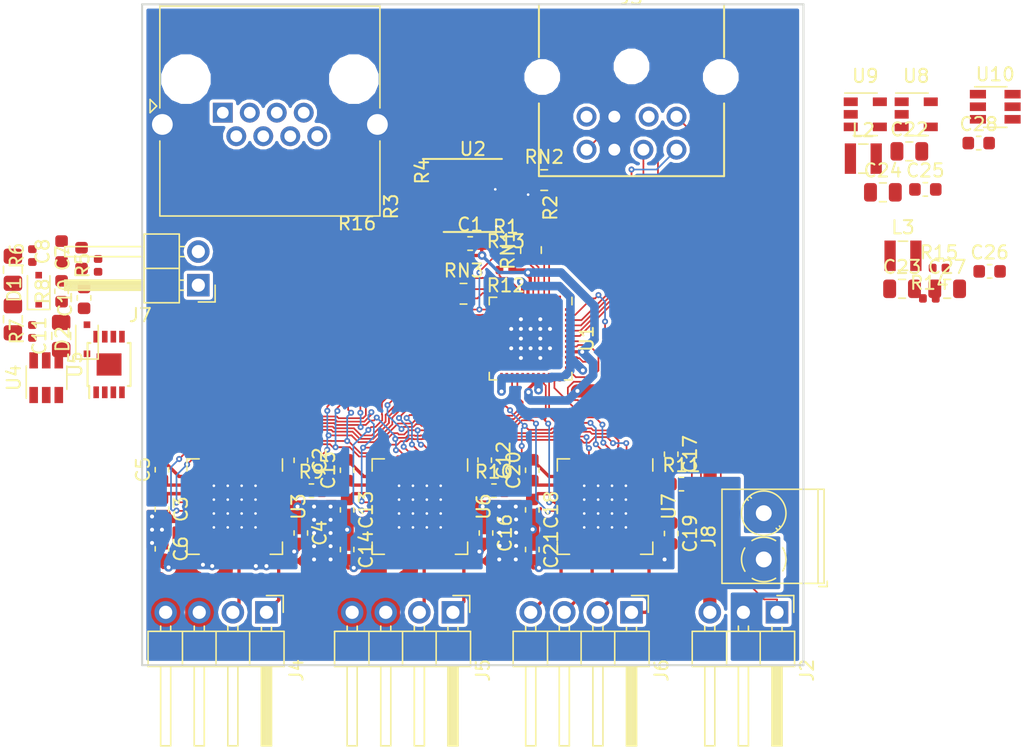
<source format=kicad_pcb>
(kicad_pcb (version 20171130) (host pcbnew "(5.0.2)-1")
  (layers (0 F.Cu signal) (31 B.Cu signal) (34 B.Paste user hide) (35 F.Paste user hide) (36 B.SilkS user hide) (37 F.SilkS user hide) (38 B.Mask user hide) (39 F.Mask user hide) (44 Edge.Cuts user))
  (net 0 "")
  (net 1 "Net-(U1-Pad17)")
  (net 2 "Net-(U1-Pad18)")
  (net 3 "Net-(U1-Pad19)")
  (net 4 "Net-(U1-Pad20)")
  (net 5 "Net-(U1-Pad21)")
  (net 6 "Net-(U1-Pad22)")
  (net 7 "Net-(U1-Pad26)")
  (net 8 GND)
  (net 9 +3V3)
  (net 10 +1V0)
  (net 11 /TMS)
  (net 12 /TCK)
  (net 13 /TDI)
  (net 14 /TDO)
  (net 15 /1O)
  (net 16 /1P)
  (net 17 /L0.in1)
  (net 18 /L0.in0)
  (net 19 /L0.out0)
  (net 20 /1B)
  (net 21 /1A)
  (net 22 /1L)
  (net 23 /1N)
  (net 24 /1M)
  (net 25 /1C)
  (net 26 /4B0)
  (net 27 /1D)
  (net 28 /4B1)
  (net 29 /4B2)
  (net 30 /4B3)
  (net 31 /4C0)
  (net 32 /4C1)
  (net 33 /4D0)
  (net 34 /4D1)
  (net 35 /4D2)
  (net 36 /4D3)
  (net 37 /4E0)
  (net 38 /4E1)
  (net 39 /4F0)
  (net 40 /4F1)
  (net 41 /~RST)
  (net 42 /CLK)
  (net 43 "Net-(U1-Pad39)")
  (net 44 /LVDS/L.in1-)
  (net 45 /LVDS/L.in1+)
  (net 46 /LVDS/L.in0+)
  (net 47 /LVDS/L.in0-)
  (net 48 /LVDS/L.out0-)
  (net 49 /LVDS/L.out0+)
  (net 50 /LVDS/L.out1+)
  (net 51 /LVDS/L.out1-)
  (net 52 /JTAG/~TRST)
  (net 53 /JTAG/XTAG.~DEBUG)
  (net 54 /L0.out1)
  (net 55 /LVDS.in0)
  (net 56 /LVDS.in1)
  (net 57 /LVDS.out1)
  (net 58 /LVDS.out0)
  (net 59 +24V)
  (net 60 /AMIS30543C/SLA)
  (net 61 /AMIS30543C/CPN)
  (net 62 /AMIS30543C/YN)
  (net 63 /AMIS30543C/YP)
  (net 64 /AMIS30543C/XN)
  (net 65 /AMIS30543C/XP)
  (net 66 /AMIS30543C/~POR)
  (net 67 /AMIS30543C/5V_VDD)
  (net 68 /AMIS30543B/5V_VDD)
  (net 69 /AMIS30543B/~POR)
  (net 70 /AMIS30543B/XP)
  (net 71 /AMIS30543B/XN)
  (net 72 /AMIS30543B/YP)
  (net 73 /AMIS30543B/YN)
  (net 74 /AMIS30543B/CPN)
  (net 75 /AMIS30543B/SLA)
  (net 76 /AMIS30543A/SLA)
  (net 77 /AMIS30543A/CPN)
  (net 78 /AMIS30543A/YN)
  (net 79 /AMIS30543A/YP)
  (net 80 /AMIS30543A/XN)
  (net 81 /AMIS30543A/XP)
  (net 82 /AMIS30543A/5V_VDD)
  (net 83 "Net-(R8-Pad1)")
  (net 84 /FS)
  (net 85 "Net-(C8-Pad2)")
  (net 86 "Net-(C7-Pad1)")
  (net 87 /LED_EN)
  (net 88 "Net-(U4-Pad4)")
  (net 89 "Net-(C10-Pad2)")
  (net 90 "Net-(C20-Pad1)")
  (net 91 "Net-(C18-Pad1)")
  (net 92 "Net-(C5-Pad1)")
  (net 93 "Net-(C3-Pad1)")
  (net 94 /AMIS30543A/~POR)
  (net 95 "Net-(C13-Pad1)")
  (net 96 "Net-(C15-Pad1)")
  (net 97 /LX)
  (net 98 /MOSI)
  (net 99 /LED-)
  (net 100 /CLK_20MHz)
  (net 101 /AMIS30543A/DO)
  (net 102 /AMIS30543B/DO)
  (net 103 /AMIS30543C/DO)
  (net 104 /PG3V3)
  (net 105 "Net-(C26-Pad2)")
  (net 106 "Net-(C25-Pad2)")
  (net 107 "Net-(C26-Pad1)")
  (net 108 "Net-(C25-Pad1)")
  (net 109 "Net-(C28-Pad2)")
  (module TerminalBlock_Phoenix:TerminalBlock_Phoenix_PT-1,5-2-3.5-H_1x02_P3.50mm_Horizontal (layer F.Cu) (at 127 102 90)
    (fp_text reference J8 (at 1.75 -4.16 90) (layer F.SilkS))
    (fp_text value Screw_Terminal_01x02)
    (pad 1 thru_hole rect (at 0 0 90) (size 2.4 2.4) (drill 1.2) (layers *.Cu *.Mask) (net 59 +24V))
    (pad 2 thru_hole circle (at 3.5 0 90) (size 2.4 2.4) (drill 1.2) (layers *.Cu *.Mask) (net 8 GND))
  )
  (module Capacitor_SMD:C_0603_1608Metric (layer F.Cu) (at 143.25 70.5)
    (fp_text reference C28 (at 0 -1.43) (layer F.SilkS))
    (fp_text value 470p)
    (pad 1 smd roundrect (at -0.7875 0) (size 0.875 0.95) (layers F.Cu F.Paste F.Mask) (net 8 GND))
    (pad 2 smd roundrect (at 0.7875 0) (size 0.875 0.95) (layers F.Cu F.Paste F.Mask) (net 109 "Net-(C28-Pad2)"))
  )
  (module Package_TO_SOT_SMD:TSOT-23-6 (layer F.Cu) (at 144.5 67.75)
    (fp_text reference U10 (at 0 -2.45) (layer F.SilkS))
    (fp_text value NCP308SN090T1G)
    (pad 1 smd rect (at -1.31 -0.95) (size 1.22 0.65) (layers F.Cu F.Paste F.Mask) (net 41 /~RST))
    (pad 2 smd rect (at -1.31 0) (size 1.22 0.65) (layers F.Cu F.Paste F.Mask) (net 8 GND))
    (pad 3 smd rect (at -1.31 0.95) (size 1.22 0.65) (layers F.Cu F.Paste F.Mask) (net 52 /JTAG/~TRST))
    (pad 4 smd rect (at 1.31 0.95) (size 1.22 0.65) (layers F.Cu F.Paste F.Mask) (net 109 "Net-(C28-Pad2)"))
    (pad 5 smd rect (at 1.31 0) (size 1.22 0.65) (layers F.Cu F.Paste F.Mask) (net 10 +1V0))
    (pad 6 smd rect (at 1.31 -0.95) (size 1.22 0.65) (layers F.Cu F.Paste F.Mask) (net 9 +3V3))
  )
  (module Resistor_SMD:R_0402_1005Metric (layer F.Cu) (at 96.25 77.75)
    (fp_text reference R16 (at 0 -1.17) (layer F.SilkS))
    (fp_text value 10k)
    (pad 1 smd roundrect (at -0.485 0) (size 0.59 0.64) (layers F.Cu F.Paste F.Mask) (net 9 +3V3))
    (pad 2 smd roundrect (at 0.485 0) (size 0.59 0.64) (layers F.Cu F.Paste F.Mask) (net 41 /~RST))
  )
  (module Capacitor_SMD:C_0603_1608Metric (layer F.Cu) (at 144.075001 80.205001)
    (fp_text reference C26 (at 0 -1.43) (layer F.SilkS))
    (fp_text value 100n)
    (pad 2 smd roundrect (at 0.7875 0) (size 0.875 0.95) (layers F.Cu F.Paste F.Mask) (net 105 "Net-(C26-Pad2)"))
    (pad 1 smd roundrect (at -0.7875 0) (size 0.875 0.95) (layers F.Cu F.Paste F.Mask) (net 107 "Net-(C26-Pad1)"))
  )
  (module Capacitor_SMD:C_0603_1608Metric (layer F.Cu) (at 139.215001 74.005001)
    (fp_text reference C25 (at 0 -1.43) (layer F.SilkS))
    (fp_text value 100n)
    (pad 1 smd roundrect (at -0.7875 0) (size 0.875 0.95) (layers F.Cu F.Paste F.Mask) (net 108 "Net-(C25-Pad1)"))
    (pad 2 smd roundrect (at 0.7875 0) (size 0.875 0.95) (layers F.Cu F.Paste F.Mask) (net 106 "Net-(C25-Pad2)"))
  )
  (module Capacitor_SMD:C_0805_2012Metric (layer F.Cu) (at 140.865001 81.525001)
    (fp_text reference C27 (at 0 -1.65) (layer F.SilkS))
    (fp_text value 22uF)
    (pad 1 smd roundrect (at -0.9375 0) (size 0.975 1.4) (layers F.Cu F.Paste F.Mask) (net 8 GND))
    (pad 2 smd roundrect (at 0.9375 0) (size 0.975 1.4) (layers F.Cu F.Paste F.Mask) (net 10 +1V0))
  )
  (module Capacitor_SMD:C_0805_2012Metric (layer F.Cu) (at 136.005001 74.225001)
    (fp_text reference C24 (at 0 -1.65) (layer F.SilkS))
    (fp_text value 2u2F)
    (pad 2 smd roundrect (at 0.9375 0) (size 0.975 1.4) (layers F.Cu F.Paste F.Mask) (net 59 +24V))
    (pad 1 smd roundrect (at -0.9375 0) (size 0.975 1.4) (layers F.Cu F.Paste F.Mask) (net 8 GND))
  )
  (module Capacitor_SMD:C_0805_2012Metric (layer F.Cu) (at 137.455001 81.525001)
    (fp_text reference C23 (at 0 -1.65) (layer F.SilkS))
    (fp_text value 2u2F)
    (pad 1 smd roundrect (at -0.9375 0) (size 0.975 1.4) (layers F.Cu F.Paste F.Mask) (net 8 GND))
    (pad 2 smd roundrect (at 0.9375 0) (size 0.975 1.4) (layers F.Cu F.Paste F.Mask) (net 59 +24V))
  )
  (module Inductor_SMD:L_Wuerth_MAPI-2510 (layer F.Cu) (at 137.525001 79.025001)
    (fp_text reference L3 (at 0 -2.15) (layer F.SilkS))
    (fp_text value 4u7)
    (pad 1 smd rect (at -0.975 0) (size 0.85 2.3) (layers F.Cu F.Paste F.Mask) (net 107 "Net-(C26-Pad1)"))
    (pad 2 smd rect (at 0.975 0) (size 0.85 2.3) (layers F.Cu F.Paste F.Mask) (net 10 +1V0))
  )
  (module Resistor_SMD:R_0402_1005Metric (layer F.Cu) (at 140.255001 79.945001)
    (fp_text reference R15 (at 0 -1.17) (layer F.SilkS))
    (fp_text value 10k)
    (pad 2 smd roundrect (at 0.485 0) (size 0.59 0.64) (layers F.Cu F.Paste F.Mask) (net 8 GND))
    (pad 1 smd roundrect (at -0.485 0) (size 0.59 0.64) (layers F.Cu F.Paste F.Mask) (net 104 /PG3V3))
  )
  (module Resistor_SMD:R_0402_1005Metric (layer F.Cu) (at 139.515 82.25)
    (fp_text reference R14 (at 0 -1.17) (layer F.SilkS))
    (fp_text value 15k)
    (pad 1 smd roundrect (at -0.485 0) (size 0.59 0.64) (layers F.Cu F.Paste F.Mask) (net 9 +3V3))
    (pad 2 smd roundrect (at 0.485 0) (size 0.59 0.64) (layers F.Cu F.Paste F.Mask) (net 104 /PG3V3))
  )
  (module Capacitor_SMD:C_0805_2012Metric (layer F.Cu) (at 138.005001 71.125001)
    (fp_text reference C22 (at 0 -1.65) (layer F.SilkS))
    (fp_text value 22uF)
    (pad 1 smd roundrect (at -0.9375 0) (size 0.975 1.4) (layers F.Cu F.Paste F.Mask) (net 8 GND))
    (pad 2 smd roundrect (at 0.9375 0) (size 0.975 1.4) (layers F.Cu F.Paste F.Mask) (net 9 +3V3))
  )
  (module Inductor_SMD:L_Wuerth_MAPI-2510 (layer F.Cu) (at 134.525001 71.675001)
    (fp_text reference L2 (at 0 -2.15) (layer F.SilkS))
    (fp_text value 4u7)
    (pad 1 smd rect (at -0.975 0) (size 0.85 2.3) (layers F.Cu F.Paste F.Mask) (net 108 "Net-(C25-Pad1)"))
    (pad 2 smd rect (at 0.975 0) (size 0.85 2.3) (layers F.Cu F.Paste F.Mask) (net 9 +3V3))
  )
  (module Package_TO_SOT_SMD:SOT-23-5 (layer F.Cu) (at 138.525001 68.325001)
    (fp_text reference U8 (at 0 -2.9) (layer F.SilkS))
    (fp_text value TPS560430X3FDBVT)
    (pad 5 smd rect (at 1.1 -0.95) (size 1.06 0.65) (layers F.Cu F.Paste F.Mask) (net 59 +24V))
    (pad 4 smd rect (at 1.1 0.95) (size 1.06 0.65) (layers F.Cu F.Paste F.Mask) (net 59 +24V))
    (pad 3 smd rect (at -1.1 0.95) (size 1.06 0.65) (layers F.Cu F.Paste F.Mask) (net 9 +3V3))
    (pad 2 smd rect (at -1.1 0) (size 1.06 0.65) (layers F.Cu F.Paste F.Mask) (net 8 GND))
    (pad 1 smd rect (at -1.1 -0.95) (size 1.06 0.65) (layers F.Cu F.Paste F.Mask) (net 106 "Net-(C25-Pad2)"))
  )
  (module Package_TO_SOT_SMD:SOT-23-5 (layer F.Cu) (at 134.675001 68.325001)
    (fp_text reference U9 (at 0 -2.9) (layer F.SilkS))
    (fp_text value TPS560430XFDBVR)
    (pad 1 smd rect (at -1.1 -0.95) (size 1.06 0.65) (layers F.Cu F.Paste F.Mask) (net 105 "Net-(C26-Pad2)"))
    (pad 2 smd rect (at -1.1 0) (size 1.06 0.65) (layers F.Cu F.Paste F.Mask) (net 8 GND))
    (pad 3 smd rect (at -1.1 0.95) (size 1.06 0.65) (layers F.Cu F.Paste F.Mask) (net 10 +1V0))
    (pad 4 smd rect (at 1.1 0.95) (size 1.06 0.65) (layers F.Cu F.Paste F.Mask) (net 104 /PG3V3))
    (pad 5 smd rect (at 1.1 -0.95) (size 1.06 0.65) (layers F.Cu F.Paste F.Mask) (net 59 +24V))
  )
  (module Connector_PinHeader_2.54mm:PinHeader_1x02_P2.54mm_Horizontal (layer F.Cu) (at 84.25 81.25 180)
    (fp_text reference J7 (at 4.385 -2.27 180) (layer F.SilkS))
    (fp_text value LED)
    (pad 1 thru_hole rect (at 0 0 180) (size 1.7 1.7) (drill 1) (layers *.Cu *.Mask) (net 99 /LED-))
    (pad 2 thru_hole oval (at 0 2.54 180) (size 1.7 1.7) (drill 1) (layers *.Cu *.Mask) (net 59 +24V))
  )
  (module Resistor_SMD:R_0402_1005Metric (layer F.Cu) (at 107.5 79.1)
    (fp_text reference R13 (at 0 -1.17) (layer F.SilkS))
    (fp_text value 3k3)
    (pad 1 smd roundrect (at -0.485 0) (size 0.59 0.64) (layers F.Cu F.Paste F.Mask) (net 27 /1D))
    (pad 2 smd roundrect (at 0.485 0) (size 0.59 0.64) (layers F.Cu F.Paste F.Mask) (net 9 +3V3))
  )
  (module Package_DFN_QFN:QFN-48-1EP_6x6mm_P0.4mm_EP4.66x4.66mm_ThermalVias (layer F.Cu) (at 109.370985 85.292331 270)
    (fp_text reference U1 (at 0 -4.25 270) (layer F.SilkS))
    (fp_text value XU208-128-QF48-I10)
    (pad 1 smd rect (at -2.925 -2.2 270) (size 0.65 0.2) (layers F.Cu F.Paste F.Mask) (net 15 /1O))
    (pad 2 smd rect (at -2.925 -1.8 270) (size 0.65 0.2) (layers F.Cu F.Paste F.Mask) (net 16 /1P))
    (pad 3 smd rect (at -2.925 -1.4 270) (size 0.65 0.2) (layers F.Cu F.Paste F.Mask) (net 17 /L0.in1))
    (pad 4 smd rect (at -2.925 -1 270) (size 0.65 0.2) (layers F.Cu F.Paste F.Mask) (net 18 /L0.in0))
    (pad 5 smd rect (at -2.925 -0.6 270) (size 0.65 0.2) (layers F.Cu F.Paste F.Mask) (net 19 /L0.out0))
    (pad 6 smd rect (at -2.925 -0.2 270) (size 0.65 0.2) (layers F.Cu F.Paste F.Mask) (net 54 /L0.out1))
    (pad 7 smd rect (at -2.925 0.2 270) (size 0.65 0.2) (layers F.Cu F.Paste F.Mask) (net 9 +3V3))
    (pad 8 smd rect (at -2.925 0.6 270) (size 0.65 0.2) (layers F.Cu F.Paste F.Mask) (net 10 +1V0))
    (pad 9 smd rect (at -2.925 1 270) (size 0.65 0.2) (layers F.Cu F.Paste F.Mask) (net 20 /1B))
    (pad 10 smd rect (at -2.925 1.4 270) (size 0.65 0.2) (layers F.Cu F.Paste F.Mask) (net 25 /1C))
    (pad 11 smd rect (at -2.925 1.8 270) (size 0.65 0.2) (layers F.Cu F.Paste F.Mask) (net 21 /1A))
    (pad 12 smd rect (at -2.925 2.2 270) (size 0.65 0.2) (layers F.Cu F.Paste F.Mask) (net 26 /4B0))
    (pad 13 smd rect (at -2.2 2.925) (size 0.65 0.2) (layers F.Cu F.Paste F.Mask) (net 27 /1D))
    (pad 14 smd rect (at -1.8 2.925) (size 0.65 0.2) (layers F.Cu F.Paste F.Mask) (net 28 /4B1))
    (pad 15 smd rect (at -1.4 2.925) (size 0.65 0.2) (layers F.Cu F.Paste F.Mask) (net 29 /4B2))
    (pad 16 smd rect (at -1 2.925) (size 0.65 0.2) (layers F.Cu F.Paste F.Mask) (net 30 /4B3))
    (pad 17 smd rect (at -0.6 2.925) (size 0.65 0.2) (layers F.Cu F.Paste F.Mask) (net 1 "Net-(U1-Pad17)"))
    (pad 18 smd rect (at -0.2 2.925) (size 0.65 0.2) (layers F.Cu F.Paste F.Mask) (net 2 "Net-(U1-Pad18)"))
    (pad 19 smd rect (at 0.2 2.925) (size 0.65 0.2) (layers F.Cu F.Paste F.Mask) (net 3 "Net-(U1-Pad19)"))
    (pad 20 smd rect (at 0.6 2.925) (size 0.65 0.2) (layers F.Cu F.Paste F.Mask) (net 4 "Net-(U1-Pad20)"))
    (pad 21 smd rect (at 1 2.925) (size 0.65 0.2) (layers F.Cu F.Paste F.Mask) (net 5 "Net-(U1-Pad21)"))
    (pad 22 smd rect (at 1.4 2.925) (size 0.65 0.2) (layers F.Cu F.Paste F.Mask) (net 6 "Net-(U1-Pad22)"))
    (pad 23 smd rect (at 1.8 2.925) (size 0.65 0.2) (layers F.Cu F.Paste F.Mask) (net 31 /4C0))
    (pad 24 smd rect (at 2.2 2.925) (size 0.65 0.2) (layers F.Cu F.Paste F.Mask) (net 32 /4C1))
    (pad 25 smd rect (at 2.925 2.2 270) (size 0.65 0.2) (layers F.Cu F.Paste F.Mask) (net 10 +1V0))
    (pad 26 smd rect (at 2.925 1.8 270) (size 0.65 0.2) (layers F.Cu F.Paste F.Mask) (net 7 "Net-(U1-Pad26)"))
    (pad 27 smd rect (at 2.925 1.4 270) (size 0.65 0.2) (layers F.Cu F.Paste F.Mask) (net 33 /4D0))
    (pad 28 smd rect (at 2.925 1 270) (size 0.65 0.2) (layers F.Cu F.Paste F.Mask) (net 34 /4D1))
    (pad 29 smd rect (at 2.925 0.6 270) (size 0.65 0.2) (layers F.Cu F.Paste F.Mask) (net 35 /4D2))
    (pad 30 smd rect (at 2.925 0.2 270) (size 0.65 0.2) (layers F.Cu F.Paste F.Mask) (net 36 /4D3))
    (pad 31 smd rect (at 2.925 -0.2 270) (size 0.65 0.2) (layers F.Cu F.Paste F.Mask) (net 9 +3V3))
    (pad 32 smd rect (at 2.925 -0.6 270) (size 0.65 0.2) (layers F.Cu F.Paste F.Mask) (net 10 +1V0))
    (pad 33 smd rect (at 2.925 -1 270) (size 0.65 0.2) (layers F.Cu F.Paste F.Mask) (net 22 /1L))
    (pad 34 smd rect (at 2.925 -1.4 270) (size 0.65 0.2) (layers F.Cu F.Paste F.Mask) (net 37 /4E0))
    (pad 35 smd rect (at 2.925 -1.8 270) (size 0.65 0.2) (layers F.Cu F.Paste F.Mask) (net 38 /4E1))
    (pad 36 smd rect (at 2.925 -2.2 270) (size 0.65 0.2) (layers F.Cu F.Paste F.Mask) (net 39 /4F0))
    (pad 37 smd rect (at 2.2 -2.925) (size 0.65 0.2) (layers F.Cu F.Paste F.Mask) (net 40 /4F1))
    (pad 38 smd rect (at 1.8 -2.925) (size 0.65 0.2) (layers F.Cu F.Paste F.Mask) (net 10 +1V0))
    (pad 39 smd rect (at 1.4 -2.925) (size 0.65 0.2) (layers F.Cu F.Paste F.Mask) (net 43 "Net-(U1-Pad39)"))
    (pad 40 smd rect (at 1 -2.925) (size 0.65 0.2) (layers F.Cu F.Paste F.Mask) (net 9 +3V3))
    (pad 41 smd rect (at 0.6 -2.925) (size 0.65 0.2) (layers F.Cu F.Paste F.Mask) (net 41 /~RST))
    (pad 42 smd rect (at 0.2 -2.925) (size 0.65 0.2) (layers F.Cu F.Paste F.Mask) (net 100 /CLK_20MHz))
    (pad 43 smd rect (at -0.2 -2.925) (size 0.65 0.2) (layers F.Cu F.Paste F.Mask) (net 11 /TMS))
    (pad 44 smd rect (at -0.6 -2.925) (size 0.65 0.2) (layers F.Cu F.Paste F.Mask) (net 12 /TCK))
    (pad 45 smd rect (at -1 -2.925) (size 0.65 0.2) (layers F.Cu F.Paste F.Mask) (net 13 /TDI))
    (pad 46 smd rect (at -1.4 -2.925) (size 0.65 0.2) (layers F.Cu F.Paste F.Mask) (net 14 /TDO))
    (pad 47 smd rect (at -1.8 -2.925) (size 0.65 0.2) (layers F.Cu F.Paste F.Mask) (net 23 /1N))
    (pad 48 smd rect (at -2.2 -2.925) (size 0.65 0.2) (layers F.Cu F.Paste F.Mask) (net 24 /1M))
    (pad 49 smd rect (at 0 0 270) (size 4 4) (layers B.Cu) (net 8 GND))
    (pad 49 smd rect (at 0 0 270) (size 4.4 4.4) (layers F.Cu F.Mask) (net 8 GND))
    (pad 49 thru_hole circle (at -1.466667 -0.733333 270) (size 0.6 0.6) (drill 0.3) (layers *.Cu) (net 8 GND))
    (pad 49 thru_hole circle (at -1.466667 0.733333 270) (size 0.6 0.6) (drill 0.3) (layers *.Cu) (net 8 GND))
    (pad 49 thru_hole circle (at -0.733333 -1.466667 270) (size 0.6 0.6) (drill 0.3) (layers *.Cu) (net 8 GND))
    (pad 49 thru_hole circle (at -0.733333 -0.733333 270) (size 0.6 0.6) (drill 0.3) (layers *.Cu) (net 8 GND))
    (pad 49 thru_hole circle (at -0.733333 0 270) (size 0.6 0.6) (drill 0.3) (layers *.Cu) (net 8 GND))
    (pad 49 thru_hole circle (at -0.733333 0.733333 270) (size 0.6 0.6) (drill 0.3) (layers *.Cu) (net 8 GND))
    (pad 49 thru_hole circle (at -0.733333 1.466667 270) (size 0.6 0.6) (drill 0.3) (layers *.Cu) (net 8 GND))
    (pad 49 thru_hole circle (at 0 -0.733333 270) (size 0.6 0.6) (drill 0.3) (layers *.Cu) (net 8 GND))
    (pad 49 thru_hole circle (at 0 0.733333 270) (size 0.6 0.6) (drill 0.3) (layers *.Cu) (net 8 GND))
    (pad 49 thru_hole circle (at 0.733333 -1.466667 270) (size 0.6 0.6) (drill 0.3) (layers *.Cu) (net 8 GND))
    (pad 49 thru_hole circle (at 0.733333 -0.733333 270) (size 0.6 0.6) (drill 0.3) (layers *.Cu) (net 8 GND))
    (pad 49 thru_hole circle (at 0.733333 0 270) (size 0.6 0.6) (drill 0.3) (layers *.Cu) (net 8 GND))
    (pad 49 thru_hole circle (at 0.733333 0.733333 270) (size 0.6 0.6) (drill 0.3) (layers *.Cu) (net 8 GND))
    (pad 49 thru_hole circle (at 0.733333 1.466667 270) (size 0.6 0.6) (drill 0.3) (layers *.Cu) (net 8 GND))
    (pad 49 thru_hole circle (at 1.466667 -0.733333 270) (size 0.6 0.6) (drill 0.3) (layers *.Cu) (net 8 GND))
    (pad 49 thru_hole circle (at 1.466667 0.733333 270) (size 0.6 0.6) (drill 0.3) (layers *.Cu) (net 8 GND))
  )
  (module Connector_PinHeader_2.54mm:PinHeader_1x04_P2.54mm_Horizontal (layer F.Cu) (at 103.5 106 270)
    (fp_text reference J5 (at 4.385 -2.27 270) (layer F.SilkS))
    (fp_text value Conn_01x04)
    (pad 1 thru_hole rect (at 0 0 270) (size 1.7 1.7) (drill 1) (layers *.Cu *.Mask) (net 70 /AMIS30543B/XP))
    (pad 2 thru_hole oval (at 0 2.54 270) (size 1.7 1.7) (drill 1) (layers *.Cu *.Mask) (net 71 /AMIS30543B/XN))
    (pad 3 thru_hole oval (at 0 5.08 270) (size 1.7 1.7) (drill 1) (layers *.Cu *.Mask) (net 72 /AMIS30543B/YP))
    (pad 4 thru_hole oval (at 0 7.62 270) (size 1.7 1.7) (drill 1) (layers *.Cu *.Mask) (net 73 /AMIS30543B/YN))
  )
  (module Connector_PinHeader_2.54mm:PinHeader_1x04_P2.54mm_Horizontal (layer F.Cu) (at 117 106 270)
    (fp_text reference J6 (at 4.385 -2.27 270) (layer F.SilkS))
    (fp_text value Conn_01x04)
    (pad 4 thru_hole oval (at 0 7.62 270) (size 1.7 1.7) (drill 1) (layers *.Cu *.Mask) (net 62 /AMIS30543C/YN))
    (pad 3 thru_hole oval (at 0 5.08 270) (size 1.7 1.7) (drill 1) (layers *.Cu *.Mask) (net 63 /AMIS30543C/YP))
    (pad 2 thru_hole oval (at 0 2.54 270) (size 1.7 1.7) (drill 1) (layers *.Cu *.Mask) (net 64 /AMIS30543C/XN))
    (pad 1 thru_hole rect (at 0 0 270) (size 1.7 1.7) (drill 1) (layers *.Cu *.Mask) (net 65 /AMIS30543C/XP))
  )
  (module Connector_PinHeader_2.54mm:PinHeader_1x04_P2.54mm_Horizontal (layer F.Cu) (at 89.4 106 270)
    (fp_text reference J4 (at 4.385 -2.27 270) (layer F.SilkS))
    (fp_text value Conn_01x04)
    (pad 1 thru_hole rect (at 0 0 270) (size 1.7 1.7) (drill 1) (layers *.Cu *.Mask) (net 81 /AMIS30543A/XP))
    (pad 2 thru_hole oval (at 0 2.54 270) (size 1.7 1.7) (drill 1) (layers *.Cu *.Mask) (net 80 /AMIS30543A/XN))
    (pad 3 thru_hole oval (at 0 5.08 270) (size 1.7 1.7) (drill 1) (layers *.Cu *.Mask) (net 79 /AMIS30543A/YP))
    (pad 4 thru_hole oval (at 0 7.62 270) (size 1.7 1.7) (drill 1) (layers *.Cu *.Mask) (net 78 /AMIS30543A/YN))
  )
  (module Resistor_SMD:R_0402_1005Metric (layer F.Cu) (at 107.5 80.1 180)
    (fp_text reference R12 (at 0 -1.17 180) (layer F.SilkS))
    (fp_text value 3k3)
    (pad 1 smd roundrect (at -0.485 0 180) (size 0.59 0.64) (layers F.Cu F.Paste F.Mask) (net 9 +3V3))
    (pad 2 smd roundrect (at 0.485 0 180) (size 0.59 0.64) (layers F.Cu F.Paste F.Mask) (net 20 /1B))
  )
  (module Resistor_SMD:R_0603_1608Metric (layer F.Cu) (at 92.8 96.8)
    (fp_text reference R9 (at 0 -1.43) (layer F.SilkS))
    (fp_text value 33R)
    (pad 1 smd roundrect (at -0.7875 0) (size 0.875 0.95) (layers F.Cu F.Paste F.Mask) (net 101 /AMIS30543A/DO))
    (pad 2 smd roundrect (at 0.7875 0) (size 0.875 0.95) (layers F.Cu F.Paste F.Mask) (net 20 /1B))
  )
  (module Resistor_SMD:R_0603_1608Metric (layer F.Cu) (at 106.6 96.8)
    (fp_text reference R10 (at 0 -1.43) (layer F.SilkS))
    (fp_text value 33R)
    (pad 2 smd roundrect (at 0.7875 0) (size 0.875 0.95) (layers F.Cu F.Paste F.Mask) (net 20 /1B))
    (pad 1 smd roundrect (at -0.7875 0) (size 0.875 0.95) (layers F.Cu F.Paste F.Mask) (net 102 /AMIS30543B/DO))
  )
  (module Resistor_SMD:R_0603_1608Metric (layer F.Cu) (at 120.775 96.3)
    (fp_text reference R11 (at 0 -1.43) (layer F.SilkS))
    (fp_text value 33R)
    (pad 1 smd roundrect (at -0.7875 0) (size 0.875 0.95) (layers F.Cu F.Paste F.Mask) (net 103 /AMIS30543C/DO))
    (pad 2 smd roundrect (at 0.7875 0) (size 0.875 0.95) (layers F.Cu F.Paste F.Mask) (net 20 /1B))
  )
  (module Resistor_SMD:R_Array_Convex_2x0402 (layer F.Cu) (at 104.3 81.9)
    (fp_text reference RN3 (at 0 -1.75) (layer F.SilkS))
    (fp_text value 33R)
    (pad 1 smd rect (at -0.5 -0.35) (size 0.5 0.4) (layers F.Cu F.Paste F.Mask) (net 98 /MOSI))
    (pad 2 smd rect (at -0.5 0.35) (size 0.5 0.4) (layers F.Cu F.Paste F.Mask) (net 42 /CLK))
    (pad 3 smd rect (at 0.5 0.35) (size 0.5 0.4) (layers F.Cu F.Paste F.Mask) (net 21 /1A))
    (pad 4 smd rect (at 0.5 -0.35) (size 0.5 0.4) (layers F.Cu F.Paste F.Mask) (net 25 /1C))
  )
  (module Capacitor_SMD:C_0603_1608Metric (layer F.Cu) (at 75.419987 79.202157 90)
    (fp_text reference C7 (at 0 -1.43 90) (layer F.SilkS))
    (fp_text value 1nF)
    (pad 1 smd roundrect (at -0.7875 0 90) (size 0.875 0.95) (layers F.Cu F.Paste F.Mask) (net 86 "Net-(C7-Pad1)"))
    (pad 2 smd roundrect (at 0.7875 0 90) (size 0.875 0.95) (layers F.Cu F.Paste F.Mask) (net 39 /4F0))
  )
  (module Capacitor_SMD:C_0603_1608Metric (layer F.Cu) (at 73.909987 78.702157 90)
    (fp_text reference C8 (at 0 -1.43 90) (layer F.SilkS))
    (fp_text value 1nF)
    (pad 2 smd roundrect (at 0.7875 0 90) (size 0.875 0.95) (layers F.Cu F.Paste F.Mask) (net 85 "Net-(C8-Pad2)"))
    (pad 1 smd roundrect (at -0.7875 0 90) (size 0.875 0.95) (layers F.Cu F.Paste F.Mask) (net 8 GND))
  )
  (module Capacitor_SMD:C_0603_1608Metric (layer F.Cu) (at 75.609987 82.212157 90)
    (fp_text reference C10 (at 0 -1.43 90) (layer F.SilkS))
    (fp_text value 1uF)
    (pad 1 smd roundrect (at -0.7875 0 90) (size 0.875 0.95) (layers F.Cu F.Paste F.Mask) (net 8 GND))
    (pad 2 smd roundrect (at 0.7875 0 90) (size 0.875 0.95) (layers F.Cu F.Paste F.Mask) (net 89 "Net-(C10-Pad2)"))
  )
  (module Capacitor_SMD:C_0805_2012Metric_Pad1.15x1.40mm_HandSolder (layer F.Cu) (at 70.229987 80.082157 90)
    (fp_text reference C9 (at 0 -1.65 90) (layer F.SilkS))
    (fp_text value 4u7)
    (pad 1 smd roundrect (at -1.025 0 90) (size 1.15 1.4) (layers F.Cu F.Paste F.Mask) (roundrect_rratio 0.217391) (net 59 +24V))
    (pad 2 smd roundrect (at 1.025 0 90) (size 1.15 1.4) (layers F.Cu F.Paste F.Mask) (roundrect_rratio 0.217391) (net 8 GND))
  )
  (module Capacitor_SMD:C_0805_2012Metric_Pad1.15x1.40mm_HandSolder (layer F.Cu) (at 73.879987 85.092157 90)
    (fp_text reference C11 (at 0 -1.65 90) (layer F.SilkS))
    (fp_text value 4u7)
    (pad 2 smd roundrect (at 1.025 0 90) (size 1.15 1.4) (layers F.Cu F.Paste F.Mask) (roundrect_rratio 0.217391) (net 59 +24V))
    (pad 1 smd roundrect (at -1.025 0 90) (size 1.15 1.4) (layers F.Cu F.Paste F.Mask) (roundrect_rratio 0.217391) (net 99 /LED-))
  )
  (module Capacitor_SMD:C_0805_2012Metric_Pad1.15x1.40mm_HandSolder (layer F.Cu) (at 70.229987 83.832157 90)
    (fp_text reference L1 (at 0 -1.65 90) (layer F.SilkS))
    (fp_text value 22uH)
    (pad 1 smd roundrect (at -1.025 0 90) (size 1.15 1.4) (layers F.Cu F.Paste F.Mask) (roundrect_rratio 0.217391) (net 99 /LED-))
    (pad 2 smd roundrect (at 1.025 0 90) (size 1.15 1.4) (layers F.Cu F.Paste F.Mask) (roundrect_rratio 0.217391) (net 97 /LX))
  )
  (module Diode_SMD:D_SOD-323F (layer F.Cu) (at 72.179987 81.592157 90)
    (fp_text reference D1 (at 0 -1.85 90) (layer F.SilkS))
    (fp_text value SCHOTTKY_DIODE)
    (pad 2 smd rect (at 1.1 0 90) (size 0.5 0.5) (layers F.Cu F.Paste F.Mask) (net 85 "Net-(C8-Pad2)"))
    (pad 1 smd rect (at -1.1 0 90) (size 0.5 0.5) (layers F.Cu F.Paste F.Mask) (net 86 "Net-(C7-Pad1)"))
  )
  (module Diode_SMD:D_SOD-323F (layer F.Cu) (at 75.829987 85.342157 90)
    (fp_text reference D2 (at 0 -1.85 90) (layer F.SilkS))
    (fp_text value SCHOTTKY_DIODE)
    (pad 1 smd rect (at -1.1 0 90) (size 0.5 0.5) (layers F.Cu F.Paste F.Mask) (net 97 /LX))
    (pad 2 smd rect (at 1.1 0 90) (size 0.5 0.5) (layers F.Cu F.Paste F.Mask) (net 59 +24V))
  )
  (module Package_SO:MSOP-8-1EP_3x3mm_P0.65mm_EP1.68x1.88mm (layer F.Cu) (at 77.5 87.25 90)
    (fp_text reference U5 (at 0 -2.55 90) (layer F.SilkS))
    (fp_text value LM3407MY)
    (pad 1 smd rect (at -2.105 -0.975 90) (size 0.89 0.42) (layers F.Cu F.Paste F.Mask) (net 83 "Net-(R8-Pad1)"))
    (pad 2 smd rect (at -2.105 -0.325 90) (size 0.89 0.42) (layers F.Cu F.Paste F.Mask) (net 40 /4F1))
    (pad 3 smd rect (at -2.105 0.325 90) (size 0.89 0.42) (layers F.Cu F.Paste F.Mask) (net 87 /LED_EN))
    (pad 4 smd rect (at -2.105 0.975 90) (size 0.89 0.42) (layers F.Cu F.Paste F.Mask) (net 84 /FS))
    (pad 5 smd rect (at 2.105 0.975 90) (size 0.89 0.42) (layers F.Cu F.Paste F.Mask) (net 59 +24V))
    (pad 6 smd rect (at 2.105 0.325 90) (size 0.89 0.42) (layers F.Cu F.Paste F.Mask) (net 89 "Net-(C10-Pad2)"))
    (pad 7 smd rect (at 2.105 -0.325 90) (size 0.89 0.42) (layers F.Cu F.Paste F.Mask) (net 8 GND))
    (pad 8 smd rect (at 2.105 -0.975 90) (size 0.89 0.42) (layers F.Cu F.Paste F.Mask) (net 97 /LX))
    (pad 9 smd rect (at 0 0 90) (size 1.68 1.88) (layers F.Cu F.Mask) (net 8 GND))
  )
  (module Package_TO_SOT_SMD:TSOT-23-6 (layer F.Cu) (at 72.75 88.25 90)
    (fp_text reference U4 (at 0 -2.45 90) (layer F.SilkS))
    (fp_text value NCP308SN090T1G)
    (pad 1 smd rect (at -1.31 -0.95 90) (size 1.22 0.65) (layers F.Cu F.Paste F.Mask) (net 87 /LED_EN))
    (pad 2 smd rect (at -1.31 0 90) (size 1.22 0.65) (layers F.Cu F.Paste F.Mask) (net 8 GND))
    (pad 3 smd rect (at -1.31 0.95 90) (size 1.22 0.65) (layers F.Cu F.Paste F.Mask) (net 41 /~RST))
    (pad 4 smd rect (at 1.31 0.95 90) (size 1.22 0.65) (layers F.Cu F.Paste F.Mask) (net 88 "Net-(U4-Pad4)"))
    (pad 5 smd rect (at 1.31 0 90) (size 1.22 0.65) (layers F.Cu F.Paste F.Mask) (net 85 "Net-(C8-Pad2)"))
    (pad 6 smd rect (at 1.31 -0.95 90) (size 1.22 0.65) (layers F.Cu F.Paste F.Mask) (net 9 +3V3))
  )
  (module Resistor_SMD:R_0402_1005Metric (layer F.Cu) (at 76.669987 79.752157 90)
    (fp_text reference R5 (at 0 -1.17 90) (layer F.SilkS))
    (fp_text value 33k)
    (pad 1 smd roundrect (at -0.485 0 90) (size 0.59 0.64) (layers F.Cu F.Paste F.Mask) (net 86 "Net-(C7-Pad1)"))
    (pad 2 smd roundrect (at 0.485 0 90) (size 0.59 0.64) (layers F.Cu F.Paste F.Mask) (net 8 GND))
  )
  (module Resistor_SMD:R_0402_1005Metric (layer F.Cu) (at 71.699987 79.012157 90)
    (fp_text reference R6 (at 0 -1.17 90) (layer F.SilkS))
    (fp_text value 33k)
    (pad 2 smd roundrect (at 0.485 0 90) (size 0.59 0.64) (layers F.Cu F.Paste F.Mask) (net 8 GND))
    (pad 1 smd roundrect (at -0.485 0 90) (size 0.59 0.64) (layers F.Cu F.Paste F.Mask) (net 85 "Net-(C8-Pad2)"))
  )
  (module Resistor_SMD:R_0402_1005Metric (layer F.Cu) (at 71.699987 84.752157 90)
    (fp_text reference R7 (at 0 -1.17 90) (layer F.SilkS))
    (fp_text value 47k)
    (pad 1 smd roundrect (at -0.485 0 90) (size 0.59 0.64) (layers F.Cu F.Paste F.Mask) (net 84 /FS))
    (pad 2 smd roundrect (at 0.485 0 90) (size 0.59 0.64) (layers F.Cu F.Paste F.Mask) (net 8 GND))
  )
  (module Resistor_SMD:R_0603_1608Metric (layer F.Cu) (at 73.909987 81.712157 90)
    (fp_text reference R8 (at 0 -1.43 90) (layer F.SilkS))
    (fp_text value 1R)
    (pad 1 smd roundrect (at -0.7875 0 90) (size 0.875 0.95) (layers F.Cu F.Paste F.Mask) (net 83 "Net-(R8-Pad1)"))
    (pad 2 smd roundrect (at 0.7875 0 90) (size 0.875 0.95) (layers F.Cu F.Paste F.Mask) (net 8 GND))
  )
  (module Package_DFN_QFN:QFN-32-1EP_7x7mm_P0.65mm_EP4.7x4.7mm_ThermalVias (layer F.Cu) (at 101 98 270)
    (fp_text reference U6 (at 0 -4.82 270) (layer F.SilkS))
    (fp_text value AMIS-30543)
    (pad 32 smd roundrect (at -2.275 -3.325 270) (size 0.3 1.1) (layers F.Cu F.Paste F.Mask) (net 68 /AMIS30543B/5V_VDD))
    (pad 31 smd roundrect (at -1.625 -3.325 270) (size 0.3 1.1) (layers F.Cu F.Paste F.Mask) (net 102 /AMIS30543B/DO))
    (pad 30 smd roundrect (at -0.975 -3.325 270) (size 0.3 1.1) (layers F.Cu F.Paste F.Mask))
    (pad 29 smd roundrect (at -0.325 -3.325 270) (size 0.3 1.1) (layers F.Cu F.Paste F.Mask) (net 8 GND))
    (pad 28 smd roundrect (at 0.325 -3.325 270) (size 0.3 1.1) (layers F.Cu F.Paste F.Mask) (net 69 /AMIS30543B/~POR))
    (pad 27 smd roundrect (at 0.975 -3.325 270) (size 0.3 1.1) (layers F.Cu F.Paste F.Mask) (net 59 +24V))
    (pad 26 smd roundrect (at 1.625 -3.325 270) (size 0.3 1.1) (layers F.Cu F.Paste F.Mask) (net 70 /AMIS30543B/XP))
    (pad 25 smd roundrect (at 2.275 -3.325 270) (size 0.3 1.1) (layers F.Cu F.Paste F.Mask) (net 70 /AMIS30543B/XP))
    (pad 24 smd roundrect (at 3.325 -2.275 270) (size 1.1 0.3) (layers F.Cu F.Paste F.Mask) (net 8 GND))
    (pad 23 smd roundrect (at 3.325 -1.625 270) (size 1.1 0.3) (layers F.Cu F.Paste F.Mask) (net 8 GND))
    (pad 22 smd roundrect (at 3.325 -0.975 270) (size 1.1 0.3) (layers F.Cu F.Paste F.Mask) (net 71 /AMIS30543B/XN))
    (pad 21 smd roundrect (at 3.325 -0.325 270) (size 1.1 0.3) (layers F.Cu F.Paste F.Mask) (net 71 /AMIS30543B/XN))
    (pad 20 smd roundrect (at 3.325 0.325 270) (size 1.1 0.3) (layers F.Cu F.Paste F.Mask) (net 72 /AMIS30543B/YP))
    (pad 19 smd roundrect (at 3.325 0.975 270) (size 1.1 0.3) (layers F.Cu F.Paste F.Mask) (net 72 /AMIS30543B/YP))
    (pad 18 smd roundrect (at 3.325 1.625 270) (size 1.1 0.3) (layers F.Cu F.Paste F.Mask) (net 8 GND))
    (pad 17 smd roundrect (at 3.325 2.275 270) (size 1.1 0.3) (layers F.Cu F.Paste F.Mask) (net 8 GND))
    (pad 16 smd roundrect (at 2.275 3.325 270) (size 0.3 1.1) (layers F.Cu F.Paste F.Mask) (net 73 /AMIS30543B/YN))
    (pad 15 smd roundrect (at 1.625 3.325 270) (size 0.3 1.1) (layers F.Cu F.Paste F.Mask) (net 73 /AMIS30543B/YN))
    (pad 14 smd roundrect (at 0.975 3.325 270) (size 0.3 1.1) (layers F.Cu F.Paste F.Mask) (net 59 +24V))
    (pad 13 smd roundrect (at 0.325 3.325 270) (size 0.3 1.1) (layers F.Cu F.Paste F.Mask) (net 29 /4B2))
    (pad 12 smd roundrect (at -0.325 3.325 270) (size 0.3 1.1) (layers F.Cu F.Paste F.Mask) (net 22 /1L))
    (pad 11 smd roundrect (at -0.975 3.325 270) (size 0.3 1.1) (layers F.Cu F.Paste F.Mask) (net 95 "Net-(C13-Pad1)"))
    (pad 10 smd roundrect (at -1.625 3.325 270) (size 0.3 1.1) (layers F.Cu F.Paste F.Mask) (net 96 "Net-(C15-Pad1)"))
    (pad 9 smd roundrect (at -2.275 3.325 270) (size 0.3 1.1) (layers F.Cu F.Paste F.Mask) (net 74 /AMIS30543B/CPN))
    (pad 8 smd roundrect (at -3.325 2.275 270) (size 1.1 0.3) (layers F.Cu F.Paste F.Mask) (net 8 GND))
    (pad 7 smd roundrect (at -3.325 1.625 270) (size 1.1 0.3) (layers F.Cu F.Paste F.Mask) (net 75 /AMIS30543B/SLA))
    (pad 6 smd roundrect (at -3.325 0.975 270) (size 1.1 0.3) (layers F.Cu F.Paste F.Mask) (net 27 /1D))
    (pad 5 smd roundrect (at -3.325 0.325 270) (size 1.1 0.3) (layers F.Cu F.Paste F.Mask) (net 33 /4D0))
    (pad 4 smd roundrect (at -3.325 -0.325 270) (size 1.1 0.3) (layers F.Cu F.Paste F.Mask) (net 34 /4D1))
    (pad 3 smd roundrect (at -3.325 -0.975 270) (size 1.1 0.3) (layers F.Cu F.Paste F.Mask) (net 42 /CLK))
    (pad 2 smd roundrect (at -3.325 -1.625 270) (size 1.1 0.3) (layers F.Cu F.Paste F.Mask) (net 98 /MOSI))
    (pad 1 smd roundrect (at -3.325 -2.275 270) (size 1.1 0.3) (layers F.Cu F.Paste F.Mask) (net 8 GND))
    (pad 33 smd roundrect (at 0 0 270) (size 3.65 3.65) (layers B.Cu) (roundrect_rratio 0.068493) (net 8 GND))
    (pad 33 thru_hole circle (at 1.575 1.575 270) (size 0.5 0.5) (drill 0.2) (layers *.Cu) (net 8 GND))
    (pad 33 thru_hole circle (at 0.525 1.575 270) (size 0.5 0.5) (drill 0.2) (layers *.Cu) (net 8 GND))
    (pad 33 thru_hole circle (at -0.525 1.575 270) (size 0.5 0.5) (drill 0.2) (layers *.Cu) (net 8 GND))
    (pad 33 thru_hole circle (at -1.575 1.575 270) (size 0.5 0.5) (drill 0.2) (layers *.Cu) (net 8 GND))
    (pad 33 thru_hole circle (at 1.575 0.525 270) (size 0.5 0.5) (drill 0.2) (layers *.Cu) (net 8 GND))
    (pad 33 thru_hole circle (at 0.525 0.525 270) (size 0.5 0.5) (drill 0.2) (layers *.Cu) (net 8 GND))
    (pad 33 thru_hole circle (at -0.525 0.525 270) (size 0.5 0.5) (drill 0.2) (layers *.Cu) (net 8 GND))
    (pad 33 thru_hole circle (at -1.575 0.525 270) (size 0.5 0.5) (drill 0.2) (layers *.Cu) (net 8 GND))
    (pad 33 thru_hole circle (at 1.575 -0.525 270) (size 0.5 0.5) (drill 0.2) (layers *.Cu) (net 8 GND))
    (pad 33 thru_hole circle (at 0.525 -0.525 270) (size 0.5 0.5) (drill 0.2) (layers *.Cu) (net 8 GND))
    (pad 33 thru_hole circle (at -0.525 -0.525 270) (size 0.5 0.5) (drill 0.2) (layers *.Cu) (net 8 GND))
    (pad 33 thru_hole circle (at -1.575 -0.525 270) (size 0.5 0.5) (drill 0.2) (layers *.Cu) (net 8 GND))
    (pad 33 thru_hole circle (at 1.575 -1.575 270) (size 0.5 0.5) (drill 0.2) (layers *.Cu) (net 8 GND))
    (pad 33 thru_hole circle (at 0.525 -1.575 270) (size 0.5 0.5) (drill 0.2) (layers *.Cu) (net 8 GND))
    (pad 33 thru_hole circle (at -0.525 -1.575 270) (size 0.5 0.5) (drill 0.2) (layers *.Cu) (net 8 GND))
    (pad 33 thru_hole circle (at -1.575 -1.575 270) (size 0.5 0.5) (drill 0.2) (layers *.Cu) (net 8 GND))
    (pad 33 smd roundrect (at 0 0 270) (size 4.7 4.7) (layers F.Cu F.Mask) (roundrect_rratio 0.053191) (net 8 GND))
  )
  (module Package_DFN_QFN:QFN-32-1EP_7x7mm_P0.65mm_EP4.7x4.7mm_ThermalVias (layer F.Cu) (at 115 98 270)
    (fp_text reference U7 (at 0 -4.82 270) (layer F.SilkS))
    (fp_text value AMIS-30543)
    (pad 32 smd roundrect (at -2.275 -3.325 270) (size 0.3 1.1) (layers F.Cu F.Paste F.Mask) (net 67 /AMIS30543C/5V_VDD))
    (pad 31 smd roundrect (at -1.625 -3.325 270) (size 0.3 1.1) (layers F.Cu F.Paste F.Mask) (net 103 /AMIS30543C/DO))
    (pad 30 smd roundrect (at -0.975 -3.325 270) (size 0.3 1.1) (layers F.Cu F.Paste F.Mask))
    (pad 29 smd roundrect (at -0.325 -3.325 270) (size 0.3 1.1) (layers F.Cu F.Paste F.Mask) (net 8 GND))
    (pad 28 smd roundrect (at 0.325 -3.325 270) (size 0.3 1.1) (layers F.Cu F.Paste F.Mask) (net 66 /AMIS30543C/~POR))
    (pad 27 smd roundrect (at 0.975 -3.325 270) (size 0.3 1.1) (layers F.Cu F.Paste F.Mask) (net 59 +24V))
    (pad 26 smd roundrect (at 1.625 -3.325 270) (size 0.3 1.1) (layers F.Cu F.Paste F.Mask) (net 65 /AMIS30543C/XP))
    (pad 25 smd roundrect (at 2.275 -3.325 270) (size 0.3 1.1) (layers F.Cu F.Paste F.Mask) (net 65 /AMIS30543C/XP))
    (pad 24 smd roundrect (at 3.325 -2.275 270) (size 1.1 0.3) (layers F.Cu F.Paste F.Mask) (net 8 GND))
    (pad 23 smd roundrect (at 3.325 -1.625 270) (size 1.1 0.3) (layers F.Cu F.Paste F.Mask) (net 8 GND))
    (pad 22 smd roundrect (at 3.325 -0.975 270) (size 1.1 0.3) (layers F.Cu F.Paste F.Mask) (net 64 /AMIS30543C/XN))
    (pad 21 smd roundrect (at 3.325 -0.325 270) (size 1.1 0.3) (layers F.Cu F.Paste F.Mask) (net 64 /AMIS30543C/XN))
    (pad 20 smd roundrect (at 3.325 0.325 270) (size 1.1 0.3) (layers F.Cu F.Paste F.Mask) (net 63 /AMIS30543C/YP))
    (pad 19 smd roundrect (at 3.325 0.975 270) (size 1.1 0.3) (layers F.Cu F.Paste F.Mask) (net 63 /AMIS30543C/YP))
    (pad 18 smd roundrect (at 3.325 1.625 270) (size 1.1 0.3) (layers F.Cu F.Paste F.Mask) (net 8 GND))
    (pad 17 smd roundrect (at 3.325 2.275 270) (size 1.1 0.3) (layers F.Cu F.Paste F.Mask) (net 8 GND))
    (pad 16 smd roundrect (at 2.275 3.325 270) (size 0.3 1.1) (layers F.Cu F.Paste F.Mask) (net 62 /AMIS30543C/YN))
    (pad 15 smd roundrect (at 1.625 3.325 270) (size 0.3 1.1) (layers F.Cu F.Paste F.Mask) (net 62 /AMIS30543C/YN))
    (pad 14 smd roundrect (at 0.975 3.325 270) (size 0.3 1.1) (layers F.Cu F.Paste F.Mask) (net 59 +24V))
    (pad 13 smd roundrect (at 0.325 3.325 270) (size 0.3 1.1) (layers F.Cu F.Paste F.Mask) (net 30 /4B3))
    (pad 12 smd roundrect (at -0.325 3.325 270) (size 0.3 1.1) (layers F.Cu F.Paste F.Mask) (net 22 /1L))
    (pad 11 smd roundrect (at -0.975 3.325 270) (size 0.3 1.1) (layers F.Cu F.Paste F.Mask) (net 91 "Net-(C18-Pad1)"))
    (pad 10 smd roundrect (at -1.625 3.325 270) (size 0.3 1.1) (layers F.Cu F.Paste F.Mask) (net 90 "Net-(C20-Pad1)"))
    (pad 9 smd roundrect (at -2.275 3.325 270) (size 0.3 1.1) (layers F.Cu F.Paste F.Mask) (net 61 /AMIS30543C/CPN))
    (pad 8 smd roundrect (at -3.325 2.275 270) (size 1.1 0.3) (layers F.Cu F.Paste F.Mask) (net 8 GND))
    (pad 7 smd roundrect (at -3.325 1.625 270) (size 1.1 0.3) (layers F.Cu F.Paste F.Mask) (net 60 /AMIS30543C/SLA))
    (pad 6 smd roundrect (at -3.325 0.975 270) (size 1.1 0.3) (layers F.Cu F.Paste F.Mask) (net 27 /1D))
    (pad 5 smd roundrect (at -3.325 0.325 270) (size 1.1 0.3) (layers F.Cu F.Paste F.Mask) (net 37 /4E0))
    (pad 4 smd roundrect (at -3.325 -0.325 270) (size 1.1 0.3) (layers F.Cu F.Paste F.Mask) (net 38 /4E1))
    (pad 3 smd roundrect (at -3.325 -0.975 270) (size 1.1 0.3) (layers F.Cu F.Paste F.Mask) (net 42 /CLK))
    (pad 2 smd roundrect (at -3.325 -1.625 270) (size 1.1 0.3) (layers F.Cu F.Paste F.Mask) (net 98 /MOSI))
    (pad 1 smd roundrect (at -3.325 -2.275 270) (size 1.1 0.3) (layers F.Cu F.Paste F.Mask) (net 8 GND))
    (pad 33 smd roundrect (at 0 0 270) (size 3.65 3.65) (layers B.Cu) (roundrect_rratio 0.068493) (net 8 GND))
    (pad 33 thru_hole circle (at 1.575 1.575 270) (size 0.5 0.5) (drill 0.2) (layers *.Cu) (net 8 GND))
    (pad 33 thru_hole circle (at 0.525 1.575 270) (size 0.5 0.5) (drill 0.2) (layers *.Cu) (net 8 GND))
    (pad 33 thru_hole circle (at -0.525 1.575 270) (size 0.5 0.5) (drill 0.2) (layers *.Cu) (net 8 GND))
    (pad 33 thru_hole circle (at -1.575 1.575 270) (size 0.5 0.5) (drill 0.2) (layers *.Cu) (net 8 GND))
    (pad 33 thru_hole circle (at 1.575 0.525 270) (size 0.5 0.5) (drill 0.2) (layers *.Cu) (net 8 GND))
    (pad 33 thru_hole circle (at 0.525 0.525 270) (size 0.5 0.5) (drill 0.2) (layers *.Cu) (net 8 GND))
    (pad 33 thru_hole circle (at -0.525 0.525 270) (size 0.5 0.5) (drill 0.2) (layers *.Cu) (net 8 GND))
    (pad 33 thru_hole circle (at -1.575 0.525 270) (size 0.5 0.5) (drill 0.2) (layers *.Cu) (net 8 GND))
    (pad 33 thru_hole circle (at 1.575 -0.525 270) (size 0.5 0.5) (drill 0.2) (layers *.Cu) (net 8 GND))
    (pad 33 thru_hole circle (at 0.525 -0.525 270) (size 0.5 0.5) (drill 0.2) (layers *.Cu) (net 8 GND))
    (pad 33 thru_hole circle (at -0.525 -0.525 270) (size 0.5 0.5) (drill 0.2) (layers *.Cu) (net 8 GND))
    (pad 33 thru_hole circle (at -1.575 -0.525 270) (size 0.5 0.5) (drill 0.2) (layers *.Cu) (net 8 GND))
    (pad 33 thru_hole circle (at 1.575 -1.575 270) (size 0.5 0.5) (drill 0.2) (layers *.Cu) (net 8 GND))
    (pad 33 thru_hole circle (at 0.525 -1.575 270) (size 0.5 0.5) (drill 0.2) (layers *.Cu) (net 8 GND))
    (pad 33 thru_hole circle (at -0.525 -1.575 270) (size 0.5 0.5) (drill 0.2) (layers *.Cu) (net 8 GND))
    (pad 33 thru_hole circle (at -1.575 -1.575 270) (size 0.5 0.5) (drill 0.2) (layers *.Cu) (net 8 GND))
    (pad 33 smd roundrect (at 0 0 270) (size 4.7 4.7) (layers F.Cu F.Mask) (roundrect_rratio 0.053191) (net 8 GND))
  )
  (module Capacitor_SMD:C_0603_1608Metric (layer F.Cu) (at 106 100 270)
    (fp_text reference C16 (at 0 -1.43 270) (layer F.SilkS))
    (fp_text value 100nF)
    (pad 2 smd roundrect (at 0.7875 0 270) (size 0.875 0.95) (layers F.Cu F.Paste F.Mask) (net 8 GND))
    (pad 1 smd roundrect (at -0.7875 0 270) (size 0.875 0.95) (layers F.Cu F.Paste F.Mask) (net 59 +24V))
  )
  (module Capacitor_SMD:C_0603_1608Metric (layer F.Cu) (at 95.5 101.25 270)
    (fp_text reference C14 (at 0 -1.43 270) (layer F.SilkS))
    (fp_text value 100nF)
    (pad 2 smd roundrect (at 0.7875 0 270) (size 0.875 0.95) (layers F.Cu F.Paste F.Mask) (net 8 GND))
    (pad 1 smd roundrect (at -0.7875 0 270) (size 0.875 0.95) (layers F.Cu F.Paste F.Mask) (net 59 +24V))
  )
  (module Capacitor_SMD:C_0603_1608Metric (layer F.Cu) (at 81.5 101.2 270)
    (fp_text reference C6 (at 0 -1.43 270) (layer F.SilkS))
    (fp_text value 100nF)
    (pad 1 smd roundrect (at -0.7875 0 270) (size 0.875 0.95) (layers F.Cu F.Paste F.Mask) (net 59 +24V))
    (pad 2 smd roundrect (at 0.7875 0 270) (size 0.875 0.95) (layers F.Cu F.Paste F.Mask) (net 8 GND))
  )
  (module Capacitor_SMD:C_0603_1608Metric (layer F.Cu) (at 109.5 95.25 90)
    (fp_text reference C20 (at 0 -1.43 90) (layer F.SilkS))
    (fp_text value 100nF)
    (pad 1 smd roundrect (at -0.7875 0 90) (size 0.875 0.95) (layers F.Cu F.Paste F.Mask) (net 90 "Net-(C20-Pad1)"))
    (pad 2 smd roundrect (at 0.7875 0 90) (size 0.875 0.95) (layers F.Cu F.Paste F.Mask) (net 61 /AMIS30543C/CPN))
  )
  (module Capacitor_SMD:C_0603_1608Metric (layer F.Cu) (at 120 100.0375 270)
    (fp_text reference C19 (at 0 -1.43 270) (layer F.SilkS))
    (fp_text value 100nF)
    (pad 1 smd roundrect (at -0.7875 0 270) (size 0.875 0.95) (layers F.Cu F.Paste F.Mask) (net 59 +24V))
    (pad 2 smd roundrect (at 0.7875 0 270) (size 0.875 0.95) (layers F.Cu F.Paste F.Mask) (net 8 GND))
  )
  (module Capacitor_SMD:C_0603_1608Metric (layer F.Cu) (at 109.5 98.25 270)
    (fp_text reference C18 (at 0 -1.43 270) (layer F.SilkS))
    (fp_text value 220nF)
    (pad 2 smd roundrect (at 0.7875 0 270) (size 0.875 0.95) (layers F.Cu F.Paste F.Mask) (net 59 +24V))
    (pad 1 smd roundrect (at -0.7875 0 270) (size 0.875 0.95) (layers F.Cu F.Paste F.Mask) (net 91 "Net-(C18-Pad1)"))
  )
  (module Capacitor_SMD:C_0603_1608Metric (layer F.Cu) (at 120 94.0375 270)
    (fp_text reference C17 (at 0 -1.43 270) (layer F.SilkS))
    (fp_text value 100nF)
    (pad 1 smd roundrect (at -0.7875 0 270) (size 0.875 0.95) (layers F.Cu F.Paste F.Mask) (net 8 GND))
    (pad 2 smd roundrect (at 0.7875 0 270) (size 0.875 0.95) (layers F.Cu F.Paste F.Mask) (net 67 /AMIS30543C/5V_VDD))
  )
  (module Capacitor_SMD:C_0603_1608Metric (layer F.Cu) (at 95.5 95.25 90)
    (fp_text reference C15 (at 0 -1.43 90) (layer F.SilkS))
    (fp_text value 100nF)
    (pad 1 smd roundrect (at -0.7875 0 90) (size 0.875 0.95) (layers F.Cu F.Paste F.Mask) (net 96 "Net-(C15-Pad1)"))
    (pad 2 smd roundrect (at 0.7875 0 90) (size 0.875 0.95) (layers F.Cu F.Paste F.Mask) (net 74 /AMIS30543B/CPN))
  )
  (module Capacitor_SMD:C_0603_1608Metric (layer F.Cu) (at 95.5 98.25 270)
    (fp_text reference C13 (at 0 -1.43 270) (layer F.SilkS))
    (fp_text value 220nF)
    (pad 1 smd roundrect (at -0.7875 0 270) (size 0.875 0.95) (layers F.Cu F.Paste F.Mask) (net 95 "Net-(C13-Pad1)"))
    (pad 2 smd roundrect (at 0.7875 0 270) (size 0.875 0.95) (layers F.Cu F.Paste F.Mask) (net 59 +24V))
  )
  (module Capacitor_SMD:C_0603_1608Metric (layer F.Cu) (at 105.9 94.4875 270)
    (fp_text reference C12 (at 0 -1.43 270) (layer F.SilkS))
    (fp_text value 100nF)
    (pad 2 smd roundrect (at 0.7875 0 270) (size 0.875 0.95) (layers F.Cu F.Paste F.Mask) (net 68 /AMIS30543B/5V_VDD))
    (pad 1 smd roundrect (at -0.7875 0 270) (size 0.875 0.95) (layers F.Cu F.Paste F.Mask) (net 8 GND))
  )
  (module Capacitor_SMD:C_0603_1608Metric (layer F.Cu) (at 109.5 101.25 270)
    (fp_text reference C21 (at 0 -1.43 270) (layer F.SilkS))
    (fp_text value 100nF)
    (pad 1 smd roundrect (at -0.7875 0 270) (size 0.875 0.95) (layers F.Cu F.Paste F.Mask) (net 59 +24V))
    (pad 2 smd roundrect (at 0.7875 0 270) (size 0.875 0.95) (layers F.Cu F.Paste F.Mask) (net 8 GND))
  )
  (module Capacitor_SMD:C_0603_1608Metric (layer F.Cu) (at 92 94.5 270)
    (fp_text reference C2 (at 0 -1.43 270) (layer F.SilkS))
    (fp_text value 100nF)
    (pad 1 smd roundrect (at -0.7875 0 270) (size 0.875 0.95) (layers F.Cu F.Paste F.Mask) (net 8 GND))
    (pad 2 smd roundrect (at 0.7875 0 270) (size 0.875 0.95) (layers F.Cu F.Paste F.Mask) (net 82 /AMIS30543A/5V_VDD))
  )
  (module Capacitor_SMD:C_0603_1608Metric (layer F.Cu) (at 81.5 98.2 270)
    (fp_text reference C3 (at 0 -1.43 270) (layer F.SilkS))
    (fp_text value 220nF)
    (pad 2 smd roundrect (at 0.7875 0 270) (size 0.875 0.95) (layers F.Cu F.Paste F.Mask) (net 59 +24V))
    (pad 1 smd roundrect (at -0.7875 0 270) (size 0.875 0.95) (layers F.Cu F.Paste F.Mask) (net 93 "Net-(C3-Pad1)"))
  )
  (module Capacitor_SMD:C_0603_1608Metric (layer F.Cu) (at 92 100 270)
    (fp_text reference C4 (at 0 -1.43 270) (layer F.SilkS))
    (fp_text value 100nF)
    (pad 1 smd roundrect (at -0.7875 0 270) (size 0.875 0.95) (layers F.Cu F.Paste F.Mask) (net 59 +24V))
    (pad 2 smd roundrect (at 0.7875 0 270) (size 0.875 0.95) (layers F.Cu F.Paste F.Mask) (net 8 GND))
  )
  (module Capacitor_SMD:C_0603_1608Metric (layer F.Cu) (at 81.5 95.2125 90)
    (fp_text reference C5 (at 0 -1.43 90) (layer F.SilkS))
    (fp_text value 100nF)
    (pad 2 smd roundrect (at 0.7875 0 90) (size 0.875 0.95) (layers F.Cu F.Paste F.Mask) (net 77 /AMIS30543A/CPN))
    (pad 1 smd roundrect (at -0.7875 0 90) (size 0.875 0.95) (layers F.Cu F.Paste F.Mask) (net 92 "Net-(C5-Pad1)"))
  )
  (module Package_DFN_QFN:QFN-32-1EP_7x7mm_P0.65mm_EP4.7x4.7mm_ThermalVias (layer F.Cu) (at 87 98 270)
    (fp_text reference U3 (at 0 -4.82 270) (layer F.SilkS))
    (fp_text value AMIS-30543)
    (pad 33 smd roundrect (at 0 0 270) (size 4.7 4.7) (layers F.Cu F.Mask) (roundrect_rratio 0.053191) (net 8 GND))
    (pad 33 thru_hole circle (at -1.575 -1.575 270) (size 0.5 0.5) (drill 0.2) (layers *.Cu) (net 8 GND))
    (pad 33 thru_hole circle (at -0.525 -1.575 270) (size 0.5 0.5) (drill 0.2) (layers *.Cu) (net 8 GND))
    (pad 33 thru_hole circle (at 0.525 -1.575 270) (size 0.5 0.5) (drill 0.2) (layers *.Cu) (net 8 GND))
    (pad 33 thru_hole circle (at 1.575 -1.575 270) (size 0.5 0.5) (drill 0.2) (layers *.Cu) (net 8 GND))
    (pad 33 thru_hole circle (at -1.575 -0.525 270) (size 0.5 0.5) (drill 0.2) (layers *.Cu) (net 8 GND))
    (pad 33 thru_hole circle (at -0.525 -0.525 270) (size 0.5 0.5) (drill 0.2) (layers *.Cu) (net 8 GND))
    (pad 33 thru_hole circle (at 0.525 -0.525 270) (size 0.5 0.5) (drill 0.2) (layers *.Cu) (net 8 GND))
    (pad 33 thru_hole circle (at 1.575 -0.525 270) (size 0.5 0.5) (drill 0.2) (layers *.Cu) (net 8 GND))
    (pad 33 thru_hole circle (at -1.575 0.525 270) (size 0.5 0.5) (drill 0.2) (layers *.Cu) (net 8 GND))
    (pad 33 thru_hole circle (at -0.525 0.525 270) (size 0.5 0.5) (drill 0.2) (layers *.Cu) (net 8 GND))
    (pad 33 thru_hole circle (at 0.525 0.525 270) (size 0.5 0.5) (drill 0.2) (layers *.Cu) (net 8 GND))
    (pad 33 thru_hole circle (at 1.575 0.525 270) (size 0.5 0.5) (drill 0.2) (layers *.Cu) (net 8 GND))
    (pad 33 thru_hole circle (at -1.575 1.575 270) (size 0.5 0.5) (drill 0.2) (layers *.Cu) (net 8 GND))
    (pad 33 thru_hole circle (at -0.525 1.575 270) (size 0.5 0.5) (drill 0.2) (layers *.Cu) (net 8 GND))
    (pad 33 thru_hole circle (at 0.525 1.575 270) (size 0.5 0.5) (drill 0.2) (layers *.Cu) (net 8 GND))
    (pad 33 thru_hole circle (at 1.575 1.575 270) (size 0.5 0.5) (drill 0.2) (layers *.Cu) (net 8 GND))
    (pad 33 smd roundrect (at 0 0 270) (size 3.65 3.65) (layers B.Cu) (roundrect_rratio 0.068493) (net 8 GND))
    (pad 1 smd roundrect (at -3.325 -2.275 270) (size 1.1 0.3) (layers F.Cu F.Paste F.Mask) (net 8 GND))
    (pad 2 smd roundrect (at -3.325 -1.625 270) (size 1.1 0.3) (layers F.Cu F.Paste F.Mask) (net 98 /MOSI))
    (pad 3 smd roundrect (at -3.325 -0.975 270) (size 1.1 0.3) (layers F.Cu F.Paste F.Mask) (net 42 /CLK))
    (pad 4 smd roundrect (at -3.325 -0.325 270) (size 1.1 0.3) (layers F.Cu F.Paste F.Mask) (net 32 /4C1))
    (pad 5 smd roundrect (at -3.325 0.325 270) (size 1.1 0.3) (layers F.Cu F.Paste F.Mask) (net 31 /4C0))
    (pad 6 smd roundrect (at -3.325 0.975 270) (size 1.1 0.3) (layers F.Cu F.Paste F.Mask) (net 27 /1D))
    (pad 7 smd roundrect (at -3.325 1.625 270) (size 1.1 0.3) (layers F.Cu F.Paste F.Mask) (net 76 /AMIS30543A/SLA))
    (pad 8 smd roundrect (at -3.325 2.275 270) (size 1.1 0.3) (layers F.Cu F.Paste F.Mask) (net 8 GND))
    (pad 9 smd roundrect (at -2.275 3.325 270) (size 0.3 1.1) (layers F.Cu F.Paste F.Mask) (net 77 /AMIS30543A/CPN))
    (pad 10 smd roundrect (at -1.625 3.325 270) (size 0.3 1.1) (layers F.Cu F.Paste F.Mask) (net 92 "Net-(C5-Pad1)"))
    (pad 11 smd roundrect (at -0.975 3.325 270) (size 0.3 1.1) (layers F.Cu F.Paste F.Mask) (net 93 "Net-(C3-Pad1)"))
    (pad 12 smd roundrect (at -0.325 3.325 270) (size 0.3 1.1) (layers F.Cu F.Paste F.Mask) (net 22 /1L))
    (pad 13 smd roundrect (at 0.325 3.325 270) (size 0.3 1.1) (layers F.Cu F.Paste F.Mask) (net 28 /4B1))
    (pad 14 smd roundrect (at 0.975 3.325 270) (size 0.3 1.1) (layers F.Cu F.Paste F.Mask) (net 59 +24V))
    (pad 15 smd roundrect (at 1.625 3.325 270) (size 0.3 1.1) (layers F.Cu F.Paste F.Mask) (net 78 /AMIS30543A/YN))
    (pad 16 smd roundrect (at 2.275 3.325 270) (size 0.3 1.1) (layers F.Cu F.Paste F.Mask) (net 78 /AMIS30543A/YN))
    (pad 17 smd roundrect (at 3.325 2.275 270) (size 1.1 0.3) (layers F.Cu F.Paste F.Mask) (net 8 GND))
    (pad 18 smd roundrect (at 3.325 1.625 270) (size 1.1 0.3) (layers F.Cu F.Paste F.Mask) (net 8 GND))
    (pad 19 smd roundrect (at 3.325 0.975 270) (size 1.1 0.3) (layers F.Cu F.Paste F.Mask) (net 79 /AMIS30543A/YP))
    (pad 20 smd roundrect (at 3.325 0.325 270) (size 1.1 0.3) (layers F.Cu F.Paste F.Mask) (net 79 /AMIS30543A/YP))
    (pad 21 smd roundrect (at 3.325 -0.325 270) (size 1.1 0.3) (layers F.Cu F.Paste F.Mask) (net 80 /AMIS30543A/XN))
    (pad 22 smd roundrect (at 3.325 -0.975 270) (size 1.1 0.3) (layers F.Cu F.Paste F.Mask) (net 80 /AMIS30543A/XN))
    (pad 23 smd roundrect (at 3.325 -1.625 270) (size 1.1 0.3) (layers F.Cu F.Paste F.Mask) (net 8 GND))
    (pad 24 smd roundrect (at 3.325 -2.275 270) (size 1.1 0.3) (layers F.Cu F.Paste F.Mask) (net 8 GND))
    (pad 25 smd roundrect (at 2.275 -3.325 270) (size 0.3 1.1) (layers F.Cu F.Paste F.Mask) (net 81 /AMIS30543A/XP))
    (pad 26 smd roundrect (at 1.625 -3.325 270) (size 0.3 1.1) (layers F.Cu F.Paste F.Mask) (net 81 /AMIS30543A/XP))
    (pad 27 smd roundrect (at 0.975 -3.325 270) (size 0.3 1.1) (layers F.Cu F.Paste F.Mask) (net 59 +24V))
    (pad 28 smd roundrect (at 0.325 -3.325 270) (size 0.3 1.1) (layers F.Cu F.Paste F.Mask) (net 94 /AMIS30543A/~POR))
    (pad 29 smd roundrect (at -0.325 -3.325 270) (size 0.3 1.1) (layers F.Cu F.Paste F.Mask) (net 8 GND))
    (pad 30 smd roundrect (at -0.975 -3.325 270) (size 0.3 1.1) (layers F.Cu F.Paste F.Mask))
    (pad 31 smd roundrect (at -1.625 -3.325 270) (size 0.3 1.1) (layers F.Cu F.Paste F.Mask) (net 101 /AMIS30543A/DO))
    (pad 32 smd roundrect (at -2.275 -3.325 270) (size 0.3 1.1) (layers F.Cu F.Paste F.Mask) (net 82 /AMIS30543A/5V_VDD))
  )
  (module Resistor_SMD:R_0402_1005Metric (layer F.Cu) (at 107.5 78)
    (fp_text reference R1 (at 0 -1.17) (layer F.SilkS))
    (fp_text value 47k)
    (pad 1 smd roundrect (at -0.485 0) (size 0.59 0.64) (layers F.Cu F.Paste F.Mask) (net 8 GND))
    (pad 2 smd roundrect (at 0.485 0) (size 0.59 0.64) (layers F.Cu F.Paste F.Mask) (net 56 /LVDS.in1))
  )
  (module Resistor_SMD:R_0402_1005Metric (layer F.Cu) (at 109.7 75.4 270)
    (fp_text reference R2 (at 0 -1.17 270) (layer F.SilkS))
    (fp_text value 47k)
    (pad 2 smd roundrect (at 0.485 0 270) (size 0.59 0.64) (layers F.Cu F.Paste F.Mask) (net 55 /LVDS.in0))
    (pad 1 smd roundrect (at -0.485 0 270) (size 0.59 0.64) (layers F.Cu F.Paste F.Mask) (net 8 GND))
  )
  (module Resistor_SMD:R_0402_1005Metric (layer F.Cu) (at 100 75.3 90)
    (fp_text reference R3 (at 0 -1.17 90) (layer F.SilkS))
    (fp_text value 100R)
    (pad 1 smd roundrect (at -0.485 0 90) (size 0.59 0.64) (layers F.Cu F.Paste F.Mask) (net 44 /LVDS/L.in1-))
    (pad 2 smd roundrect (at 0.485 0 90) (size 0.59 0.64) (layers F.Cu F.Paste F.Mask) (net 45 /LVDS/L.in1+))
  )
  (module Resistor_SMD:R_0402_1005Metric (layer F.Cu) (at 100 72.65 270)
    (fp_text reference R4 (at 0 -1.17 270) (layer F.SilkS))
    (fp_text value 100R)
    (pad 2 smd roundrect (at 0.485 0 270) (size 0.59 0.64) (layers F.Cu F.Paste F.Mask) (net 46 /LVDS/L.in0+))
    (pad 1 smd roundrect (at -0.485 0 270) (size 0.59 0.64) (layers F.Cu F.Paste F.Mask) (net 47 /LVDS/L.in0-))
  )
  (module Package_SO:TSSOP-16_4.4x5mm_P0.65mm (layer F.Cu) (at 105 74.5)
    (fp_text reference U2 (at 0 -3.55) (layer F.SilkS))
    (fp_text value DS90LV049TMT)
    (pad 1 smd rect (at -2.95 -2.275) (size 1.5 0.45) (layers F.Cu F.Paste F.Mask) (net 47 /LVDS/L.in0-))
    (pad 2 smd rect (at -2.95 -1.625) (size 1.5 0.45) (layers F.Cu F.Paste F.Mask) (net 46 /LVDS/L.in0+))
    (pad 3 smd rect (at -2.95 -0.975) (size 1.5 0.45) (layers F.Cu F.Paste F.Mask) (net 45 /LVDS/L.in1+))
    (pad 4 smd rect (at -2.95 -0.325) (size 1.5 0.45) (layers F.Cu F.Paste F.Mask) (net 44 /LVDS/L.in1-))
    (pad 5 smd rect (at -2.95 0.325) (size 1.5 0.45) (layers F.Cu F.Paste F.Mask) (net 48 /LVDS/L.out0-))
    (pad 6 smd rect (at -2.95 0.975) (size 1.5 0.45) (layers F.Cu F.Paste F.Mask) (net 49 /LVDS/L.out0+))
    (pad 7 smd rect (at -2.95 1.625) (size 1.5 0.45) (layers F.Cu F.Paste F.Mask) (net 50 /LVDS/L.out1+))
    (pad 8 smd rect (at -2.95 2.275) (size 1.5 0.45) (layers F.Cu F.Paste F.Mask) (net 51 /LVDS/L.out1-))
    (pad 9 smd rect (at 2.95 2.275) (size 1.5 0.45) (layers F.Cu F.Paste F.Mask) (net 8 GND))
    (pad 10 smd rect (at 2.95 1.625) (size 1.5 0.45) (layers F.Cu F.Paste F.Mask) (net 56 /LVDS.in1))
    (pad 11 smd rect (at 2.95 0.975) (size 1.5 0.45) (layers F.Cu F.Paste F.Mask) (net 55 /LVDS.in0))
    (pad 12 smd rect (at 2.95 0.325) (size 1.5 0.45) (layers F.Cu F.Paste F.Mask) (net 9 +3V3))
    (pad 13 smd rect (at 2.95 -0.325) (size 1.5 0.45) (layers F.Cu F.Paste F.Mask) (net 8 GND))
    (pad 14 smd rect (at 2.95 -0.975) (size 1.5 0.45) (layers F.Cu F.Paste F.Mask) (net 57 /LVDS.out1))
    (pad 15 smd rect (at 2.95 -1.625) (size 1.5 0.45) (layers F.Cu F.Paste F.Mask) (net 58 /LVDS.out0))
    (pad 16 smd rect (at 2.95 -2.275) (size 1.5 0.45) (layers F.Cu F.Paste F.Mask) (net 9 +3V3))
  )
  (module Connector_RJ:RJ45_Amphenol_RJHSE5380 (layer F.Cu) (at 86.1 68.2)
    (fp_text reference J1 (at 3.56 -9.5) (layer F.SilkS))
    (fp_text value RJ45_Shielded)
    (pad 1 thru_hole rect (at 0 0) (size 1.5 1.5) (drill 0.89) (layers *.Cu *.Mask) (net 49 /LVDS/L.out0+))
    (pad 3 thru_hole circle (at 2.04 0) (size 1.5 1.5) (drill 0.89) (layers *.Cu *.Mask) (net 46 /LVDS/L.in0+))
    (pad 5 thru_hole circle (at 4.08 0) (size 1.5 1.5) (drill 0.89) (layers *.Cu *.Mask) (net 51 /LVDS/L.out1-))
    (pad 7 thru_hole circle (at 6.12 0) (size 1.5 1.5) (drill 0.89) (layers *.Cu *.Mask) (net 45 /LVDS/L.in1+))
    (pad 2 thru_hole circle (at 1.02 1.78) (size 1.5 1.5) (drill 0.89) (layers *.Cu *.Mask) (net 48 /LVDS/L.out0-))
    (pad 4 thru_hole circle (at 3.06 1.78) (size 1.5 1.5) (drill 0.89) (layers *.Cu *.Mask) (net 50 /LVDS/L.out1+))
    (pad 6 thru_hole circle (at 5.1 1.78) (size 1.5 1.5) (drill 0.89) (layers *.Cu *.Mask) (net 47 /LVDS/L.in0-))
    (pad 8 thru_hole circle (at 7.14 1.78) (size 1.5 1.5) (drill 0.89) (layers *.Cu *.Mask) (net 44 /LVDS/L.in1-))
    (pad "" np_thru_hole circle (at -2.79 -2.54) (size 3.25 3.25) (drill 3.25) (layers *.Cu *.Mask))
    (pad "" np_thru_hole circle (at 9.91 -2.54) (size 3.25 3.25) (drill 3.25) (layers *.Cu *.Mask))
    (pad SH thru_hole circle (at 11.69 0.89) (size 2 2) (drill 1.57) (layers *.Cu *.Mask) (net 8 GND))
    (pad SH thru_hole circle (at -4.57 0.89) (size 2 2) (drill 1.57) (layers *.Cu *.Mask) (net 8 GND))
  )
  (module Capacitor_SMD:C_0603_1608Metric_Pad1.05x0.95mm_HandSolder (layer F.Cu) (at 104.8 78.1)
    (fp_text reference C1 (at 0 -1.43) (layer F.SilkS))
    (fp_text value 100nF)
    (pad 1 smd roundrect (at -0.875 0) (size 1.05 0.95) (layers F.Cu F.Paste F.Mask) (net 8 GND))
    (pad 2 smd roundrect (at 0.875 0) (size 1.05 0.95) (layers F.Cu F.Paste F.Mask) (net 9 +3V3))
  )
  (module library:MDC-278 (layer F.Cu) (at 117 60 180)
    (fp_text reference J3 (at 0 0.5 180) (layer F.SilkS))
    (fp_text value Mini-DIN-8)
    (pad 8 thru_hole circle (at -3.4 -11 180) (size 1.5 1.5) (drill 0.9) (layers *.Cu *.Mask) (net 14 /TDO))
    (pad 7 thru_hole circle (at -0.9 -11 180) (size 1.5 1.5) (drill 0.9) (layers *.Cu *.Mask) (net 13 /TDI))
    (pad 6 thru_hole circle (at 3.4 -11 180) (size 1.5 1.5) (drill 0.9) (layers *.Cu *.Mask) (net 12 /TCK))
    (pad 5 thru_hole circle (at -3.4 -8.5 180) (size 1.5 1.5) (drill 0.9) (layers *.Cu *.Mask) (net 11 /TMS))
    (pad 4 thru_hole circle (at 1.3 -11 180) (size 1.5 1.5) (drill 0.9) (layers *.Cu *.Mask) (net 8 GND))
    (pad 3 thru_hole circle (at 3.4 -8.5 180) (size 1.5 1.5) (drill 0.9) (layers *.Cu *.Mask) (net 53 /JTAG/XTAG.~DEBUG))
    (pad 2 thru_hole circle (at -1.3 -8.5 180) (size 1.5 1.5) (drill 0.9) (layers *.Cu *.Mask) (net 52 /JTAG/~TRST))
    (pad 1 thru_hole circle (at 1.3 -8.5 180) (size 1.5 1.5) (drill 0.9) (layers *.Cu *.Mask) (net 8 GND))
    (pad "" np_thru_hole circle (at -6.75 -5.5 180) (size 2.2 2.2) (drill 2.2) (layers *.Cu *.Mask))
    (pad "" np_thru_hole circle (at 6.75 -5.5 180) (size 2.2 2.2) (drill 2.2) (layers *.Cu *.Mask))
    (pad "" np_thru_hole circle (at 0 -4.7 180) (size 2.2 2.2) (drill 2.2) (layers *.Cu *.Mask))
  )
  (module Resistor_SMD:R_Array_Convex_2x0402 (layer F.Cu) (at 109.4 78.592331 90)
    (fp_text reference RN1 (at 0 -1.75 90) (layer F.SilkS))
    (fp_text value 33R)
    (pad 1 smd rect (at -0.5 -0.35 90) (size 0.5 0.4) (layers F.Cu F.Paste F.Mask) (net 54 /L0.out1))
    (pad 2 smd rect (at -0.5 0.35 90) (size 0.5 0.4) (layers F.Cu F.Paste F.Mask) (net 19 /L0.out0))
    (pad 3 smd rect (at 0.5 0.35 90) (size 0.5 0.4) (layers F.Cu F.Paste F.Mask) (net 55 /LVDS.in0))
    (pad 4 smd rect (at 0.5 -0.35 90) (size 0.5 0.4) (layers F.Cu F.Paste F.Mask) (net 56 /LVDS.in1))
  )
  (module Resistor_SMD:R_Array_Convex_2x0402 (layer F.Cu) (at 110.4 73.3)
    (fp_text reference RN2 (at 0 -1.75) (layer F.SilkS))
    (fp_text value 33R)
    (pad 1 smd rect (at -0.5 -0.35) (size 0.5 0.4) (layers F.Cu F.Paste F.Mask) (net 58 /LVDS.out0))
    (pad 2 smd rect (at -0.5 0.35) (size 0.5 0.4) (layers F.Cu F.Paste F.Mask) (net 57 /LVDS.out1))
    (pad 3 smd rect (at 0.5 0.35) (size 0.5 0.4) (layers F.Cu F.Paste F.Mask) (net 17 /L0.in1))
    (pad 4 smd rect (at 0.5 -0.35) (size 0.5 0.4) (layers F.Cu F.Paste F.Mask) (net 18 /L0.in0))
  )
  (module Connector_PinHeader_2.54mm:PinHeader_1x03_P2.54mm_Horizontal (layer F.Cu) (at 128 106 270)
    (fp_text reference J2 (at 4.385 -2.27 270) (layer F.SilkS))
    (fp_text value ZLIM)
    (pad 1 thru_hole rect (at 0 0 270) (size 1.7 1.7) (drill 1) (layers *.Cu *.Mask) (net 23 /1N))
    (pad 2 thru_hole oval (at 0 2.54 270) (size 1.7 1.7) (drill 1) (layers *.Cu *.Mask) (net 8 GND))
    (pad 3 thru_hole oval (at 0 5.08 270) (size 1.7 1.7) (drill 1) (layers *.Cu *.Mask) (net 9 +3V3))
  )
  (gr_line (start 80 60) (end 80 110) (layer Edge.Cuts) (width 0.15))
  (gr_line (start 130 60) (end 80 60) (layer Edge.Cuts) (width 0.15))
  (gr_line (start 130 110) (end 130 60) (layer Edge.Cuts) (width 0.15))
  (gr_line (start 80 110) (end 130 110) (layer Edge.Cuts) (width 0.15))
  (via (at 109.525 99.725) (size 0.65) (drill 0.3) (layers F.Cu B.Cu) (net 59))
  (via (at 108.275 100.975) (size 0.65) (drill 0.3) (layers F.Cu B.Cu) (net 59))
  (via (at 108.275 99.975) (size 0.65) (drill 0.3) (layers F.Cu B.Cu) (net 59))
  (via (at 107.025 99.975) (size 0.65) (drill 0.3) (layers F.Cu B.Cu) (net 59))
  (via (at 107.025 98.975) (size 0.65) (drill 0.3) (layers F.Cu B.Cu) (net 59))
  (via (at 108.275 98.975) (size 0.65) (drill 0.3) (layers F.Cu B.Cu) (net 59))
  (via (at 107.025 100.975) (size 0.65) (drill 0.3) (layers F.Cu B.Cu) (net 59))
  (segment (start 105.500004 101.287496) (end 105.500004 101.4) (width 0.65) (layer F.Cu) (net 8))
  (segment (start 106 100.7875) (end 105.500004 101.287496) (width 0.65) (layer F.Cu) (net 8))
  (via (at 105.500004 101.4) (size 0.65) (drill 0.3) (layers F.Cu B.Cu) (net 8))
  (segment (start 109.5 102.025) (end 109.5 102.5625) (width 0.25) (layer F.Cu) (net 8))
  (segment (start 109.5 102.5625) (end 109.574996 102.637496) (width 0.25) (layer F.Cu) (net 8))
  (segment (start 109.574996 102.637496) (end 109.8 102.637496) (width 0.25) (layer F.Cu) (net 8))
  (via (at 110 102.637496) (size 0.65) (drill 0.3) (layers F.Cu B.Cu) (net 8))
  (segment (start 95.5 102.025) (end 95.5 102.5625) (width 0.25) (layer F.Cu) (net 8))
  (segment (start 95.5 102.5625) (end 95.574996 102.637496) (width 0.25) (layer F.Cu) (net 8))
  (segment (start 95.574996 102.637496) (end 95.8 102.637496) (width 0.25) (layer F.Cu) (net 8))
  (via (at 96 102.637496) (size 0.65) (drill 0.3) (layers F.Cu B.Cu) (net 8))
  (segment (start 84.725 95.725) (end 87 98) (width 0.25) (layer F.Cu) (net 8))
  (segment (start 84.725 94.675) (end 84.725 95.725) (width 0.25) (layer F.Cu) (net 8))
  (segment (start 89.275 95.725) (end 87 98) (width 0.25) (layer F.Cu) (net 8))
  (segment (start 89.275 94.675) (end 89.275 95.725) (width 0.25) (layer F.Cu) (net 8))
  (segment (start 85.375 101.325) (end 84.725 101.325) (width 0.25) (layer F.Cu) (net 8))
  (segment (start 85.375 99.625) (end 87 98) (width 0.25) (layer F.Cu) (net 8))
  (segment (start 85.375 101.325) (end 85.375 99.625) (width 0.25) (layer F.Cu) (net 8))
  (segment (start 88.625 101.325) (end 89.275 101.325) (width 0.25) (layer F.Cu) (net 8))
  (segment (start 88.625 99.625) (end 87 98) (width 0.25) (layer F.Cu) (net 8))
  (segment (start 88.625 101.325) (end 88.625 99.625) (width 0.25) (layer F.Cu) (net 8))
  (segment (start 87.325 97.675) (end 87 98) (width 0.25) (layer F.Cu) (net 8))
  (segment (start 90.325 97.675) (end 87.325 97.675) (width 0.25) (layer F.Cu) (net 8))
  (via (at 85.3 102.5) (size 0.65) (drill 0.3) (layers F.Cu B.Cu) (net 8))
  (segment (start 85.375 101.325) (end 85.375 102.425) (width 0.25) (layer F.Cu) (net 8))
  (segment (start 85.375 102.425) (end 85.3 102.5) (width 0.25) (layer F.Cu) (net 8))
  (via (at 84.6 102.399996) (size 0.65) (drill 0.3) (layers F.Cu B.Cu) (net 8))
  (segment (start 84.725 102.274996) (end 84.6 102.399996) (width 0.25) (layer F.Cu) (net 8))
  (segment (start 84.725 101.325) (end 84.725 102.274996) (width 0.25) (layer F.Cu) (net 8))
  (via (at 88.6 102.5) (size 0.65) (drill 0.3) (layers F.Cu B.Cu) (net 8))
  (segment (start 88.625 101.325) (end 88.625 102.475) (width 0.25) (layer F.Cu) (net 8))
  (segment (start 88.625 102.475) (end 88.6 102.5) (width 0.25) (layer F.Cu) (net 8))
  (via (at 89.4 102.5) (size 0.65) (drill 0.3) (layers F.Cu B.Cu) (net 8))
  (segment (start 89.275 101.325) (end 89.275 102.375) (width 0.25) (layer F.Cu) (net 8))
  (segment (start 89.275 102.375) (end 89.4 102.5) (width 0.25) (layer F.Cu) (net 8))
  (via (at 82 102.599996) (size 0.65) (drill 0.3) (layers F.Cu B.Cu) (net 8))
  (segment (start 81.5 102.525) (end 81.574996 102.599996) (width 0.25) (layer F.Cu) (net 8))
  (segment (start 81.574996 102.599996) (end 81.8 102.599996) (width 0.25) (layer F.Cu) (net 8))
  (segment (start 81.5 101.9875) (end 81.5 102.525) (width 0.25) (layer F.Cu) (net 8))
  (via (at 91.500004 101.4) (size 0.65) (drill 0.3) (layers F.Cu B.Cu) (net 8))
  (segment (start 92 100.7875) (end 91.500004 101.287496) (width 0.65) (layer F.Cu) (net 8))
  (segment (start 91.500004 101.287496) (end 91.500004 101.4) (width 0.65) (layer F.Cu) (net 8))
  (segment (start 90.2375 93.7125) (end 92 93.7125) (width 0.25) (layer F.Cu) (net 8))
  (segment (start 89.275 94.675) (end 90.2375 93.7125) (width 0.25) (layer F.Cu) (net 8))
  (segment (start 98.725 95.725) (end 101 98) (width 0.25) (layer F.Cu) (net 8))
  (segment (start 98.725 94.675) (end 98.725 95.725) (width 0.25) (layer F.Cu) (net 8))
  (segment (start 103.275 95.725) (end 101 98) (width 0.25) (layer F.Cu) (net 8))
  (segment (start 103.275 94.675) (end 103.275 95.725) (width 0.25) (layer F.Cu) (net 8))
  (segment (start 102.625 99.625) (end 101 98) (width 0.25) (layer F.Cu) (net 8))
  (segment (start 102.625 101.325) (end 102.625 99.625) (width 0.25) (layer F.Cu) (net 8))
  (segment (start 98.725 101.325) (end 99.375 101.325) (width 0.25) (layer F.Cu) (net 8))
  (segment (start 98.725 100.275) (end 101 98) (width 0.25) (layer F.Cu) (net 8))
  (segment (start 98.725 101.325) (end 98.725 100.275) (width 0.25) (layer F.Cu) (net 8))
  (segment (start 101.325 97.675) (end 101 98) (width 0.25) (layer F.Cu) (net 8))
  (segment (start 104.325 97.675) (end 101.325 97.675) (width 0.25) (layer F.Cu) (net 8))
  (segment (start 104.25 93.7) (end 103.275 94.675) (width 0.25) (layer F.Cu) (net 8))
  (segment (start 105.9 93.7) (end 104.25 93.7) (width 0.25) (layer F.Cu) (net 8))
  (segment (start 103.275 101.325) (end 102.625 101.325) (width 0.25) (layer F.Cu) (net 8))
  (segment (start 113.375 101.325) (end 112.725 101.325) (width 0.25) (layer F.Cu) (net 8))
  (segment (start 112.725 100.275) (end 115 98) (width 0.25) (layer F.Cu) (net 8))
  (segment (start 112.725 101.325) (end 112.725 100.275) (width 0.25) (layer F.Cu) (net 8))
  (segment (start 117.275 101.325) (end 116.625 101.325) (width 0.25) (layer F.Cu) (net 8))
  (segment (start 117.275 100.275) (end 115 98) (width 0.25) (layer F.Cu) (net 8))
  (segment (start 117.275 101.325) (end 117.275 100.275) (width 0.25) (layer F.Cu) (net 8))
  (segment (start 112.725 95.725) (end 115 98) (width 0.25) (layer F.Cu) (net 8))
  (segment (start 112.725 94.675) (end 112.725 95.725) (width 0.25) (layer F.Cu) (net 8))
  (segment (start 117.275 95.725) (end 115 98) (width 0.25) (layer F.Cu) (net 8))
  (segment (start 117.275 94.675) (end 117.275 95.725) (width 0.25) (layer F.Cu) (net 8))
  (segment (start 115.325 97.675) (end 115 98) (width 0.25) (layer F.Cu) (net 8))
  (segment (start 118.325 97.675) (end 115.325 97.675) (width 0.25) (layer F.Cu) (net 8))
  (via (at 119.5 102) (size 0.65) (drill 0.3) (layers F.Cu B.Cu) (net 8))
  (segment (start 120 100.825) (end 120 101.5) (width 0.25) (layer F.Cu) (net 8))
  (segment (start 120 101.5) (end 119.5 102) (width 0.25) (layer F.Cu) (net 8))
  (segment (start 118.7 93.25) (end 117.275 94.675) (width 0.25) (layer F.Cu) (net 8))
  (segment (start 120 93.25) (end 118.7 93.25) (width 0.25) (layer F.Cu) (net 8))
  (segment (start 103.925 77.525) (end 103.925 78.1) (width 0.25) (layer F.Cu) (net 8))
  (segment (start 103.925 77.2) (end 103.925 77.525) (width 0.25) (layer F.Cu) (net 8))
  (segment (start 106.95 74.175) (end 103.925 77.2) (width 0.25) (layer F.Cu) (net 8))
  (segment (start 107.95 74.175) (end 106.95 74.175) (width 0.25) (layer F.Cu) (net 8))
  (segment (start 108.96 74.175) (end 107.95 74.175) (width 0.25) (layer F.Cu) (net 8))
  (segment (start 107.015 77.71) (end 107.95 76.775) (width 0.25) (layer F.Cu) (net 8))
  (segment (start 107.015 78) (end 107.015 77.71) (width 0.25) (layer F.Cu) (net 8))
  (via (at 106.8 76.8) (size 0.45) (drill 0.2) (layers F.Cu B.Cu) (net 8))
  (segment (start 107.95 76.775) (end 106.825 76.775) (width 0.25) (layer F.Cu) (net 8))
  (segment (start 106.825 76.775) (end 106.8 76.8) (width 0.25) (layer F.Cu) (net 8))
  (via (at 106.7 74) (size 0.45) (drill 0.2) (layers F.Cu B.Cu) (net 8))
  (segment (start 107.95 74.175) (end 106.875 74.175) (width 0.25) (layer F.Cu) (net 8))
  (segment (start 106.875 74.175) (end 106.7 74) (width 0.25) (layer F.Cu) (net 8))
  (via (at 109.185 74.4) (size 0.45) (drill 0.2) (layers F.Cu B.Cu) (net 8))
  (segment (start 109.7 74.915) (end 109.185 74.4) (width 0.25) (layer F.Cu) (net 8))
  (segment (start 109.185 74.4) (end 108.96 74.175) (width 0.25) (layer F.Cu) (net 8))
  (via (at 113.270985 86.292331) (size 0.65) (drill 0.3) (layers F.Cu B.Cu) (net 9))
  (segment (start 112.305985 86.292331) (end 113.270985 86.292331) (width 0.25) (layer F.Cu) (net 9))
  (via (at 109.209071 89.344713) (size 0.65) (drill 0.3) (layers F.Cu B.Cu) (net 9))
  (segment (start 109.209071 89.100283) (end 109.209071 89.344713) (width 0.25) (layer F.Cu) (net 9))
  (segment (start 109.570985 88.227331) (end 109.570985 88.738369) (width 0.25) (layer F.Cu) (net 9))
  (segment (start 109.570985 88.738369) (end 109.209071 89.100283) (width 0.25) (layer F.Cu) (net 9))
  (via (at 109.170985 80.292331) (size 0.65) (drill 0.3) (layers F.Cu B.Cu) (net 9))
  (segment (start 109.347986 81.269292) (end 109.347986 80.71537) (width 0.25) (layer F.Cu) (net 9))
  (segment (start 109.170985 81.446293) (end 109.347986 81.269292) (width 0.25) (layer F.Cu) (net 9))
  (segment (start 109.170985 80.538369) (end 109.170985 80.292331) (width 0.25) (layer F.Cu) (net 9))
  (segment (start 109.170985 82.357331) (end 109.170985 81.446293) (width 0.25) (layer F.Cu) (net 9))
  (segment (start 109.347986 80.71537) (end 109.170985 80.538369) (width 0.25) (layer F.Cu) (net 9))
  (segment (start 113.270985 86.292331) (end 114.097987 87.119333) (width 0.65) (layer B.Cu) (net 9))
  (segment (start 112.193937 89.969341) (end 109.37408 89.969341) (width 0.65) (layer B.Cu) (net 9))
  (segment (start 109.209071 89.804332) (end 109.209071 89.344713) (width 0.65) (layer B.Cu) (net 9))
  (segment (start 114.097987 87.119333) (end 114.097986 88.065292) (width 0.65) (layer B.Cu) (net 9))
  (segment (start 109.37408 89.969341) (end 109.209071 89.804332) (width 0.65) (layer B.Cu) (net 9))
  (segment (start 107.985 80.1) (end 107.985 79.1) (width 0.25) (layer F.Cu) (net 9))
  (segment (start 111.669844 80.292331) (end 109.170985 80.292331) (width 0.65) (layer B.Cu) (net 9))
  (segment (start 114.2 82.822487) (end 111.669844 80.292331) (width 0.65) (layer B.Cu) (net 9))
  (segment (start 113.270985 86.292331) (end 114.2 85.363316) (width 0.65) (layer B.Cu) (net 9))
  (segment (start 114.2 85.363316) (end 114.2 82.822487) (width 0.65) (layer B.Cu) (net 9))
  (segment (start 108.978654 80.1) (end 109.170985 80.292331) (width 0.25) (layer F.Cu) (net 9))
  (segment (start 107.985 80.1) (end 108.978654 80.1) (width 0.25) (layer F.Cu) (net 9))
  (segment (start 106.95 74.825) (end 107.95 74.825) (width 0.25) (layer F.Cu) (net 9))
  (segment (start 105.675 76.1) (end 106.95 74.825) (width 0.25) (layer F.Cu) (net 9))
  (segment (start 105.675 78.1) (end 105.675 76.1) (width 0.25) (layer F.Cu) (net 9))
  (via (at 105.7 79) (size 0.65) (drill 0.3) (layers F.Cu B.Cu) (net 9))
  (segment (start 105.675 78.1) (end 105.675 78.975) (width 0.25) (layer F.Cu) (net 9))
  (segment (start 105.675 78.975) (end 105.7 79) (width 0.25) (layer F.Cu) (net 9))
  (segment (start 106.992331 80.292331) (end 105.7 79) (width 0.25) (layer B.Cu) (net 9))
  (segment (start 109.170985 80.292331) (end 106.992331 80.292331) (width 0.25) (layer B.Cu) (net 9))
  (segment (start 105.240381 79) (end 105.7 79) (width 0.25) (layer F.Cu) (net 9))
  (segment (start 103.607726 79) (end 105.240381 79) (width 0.25) (layer F.Cu) (net 9))
  (segment (start 103.14799 78.540264) (end 103.607726 79) (width 0.25) (layer F.Cu) (net 9))
  (segment (start 103.14799 76.02701) (end 103.14799 78.540264) (width 0.25) (layer F.Cu) (net 9))
  (segment (start 106.95 72.225) (end 103.14799 76.02701) (width 0.25) (layer F.Cu) (net 9))
  (segment (start 107.95 72.225) (end 106.95 72.225) (width 0.25) (layer F.Cu) (net 9))
  (via (at 112.913278 89.25) (size 0.65) (drill 0.3) (layers F.Cu B.Cu) (net 9))
  (segment (start 114.097986 88.065292) (end 112.913278 89.25) (width 0.65) (layer B.Cu) (net 9))
  (segment (start 112.913278 89.25) (end 112.193937 89.969341) (width 0.65) (layer B.Cu) (net 9))
  (segment (start 122.940511 93.800972) (end 118.389539 89.25) (width 1) (layer F.Cu) (net 9))
  (segment (start 122.92 98.05653) (end 122.940511 98.036019) (width 1) (layer F.Cu) (net 9))
  (segment (start 122.92 106) (end 122.92 98.05653) (width 1) (layer F.Cu) (net 9))
  (segment (start 118.389539 89.25) (end 113.372897 89.25) (width 1) (layer F.Cu) (net 9))
  (segment (start 122.940511 98.036019) (end 122.940511 93.800972) (width 1) (layer F.Cu) (net 9))
  (segment (start 113.372897 89.25) (end 112.913278 89.25) (width 1) (layer F.Cu) (net 9))
  (via (at 109.970985 89.192331) (size 0.65) (drill 0.3) (layers F.Cu B.Cu) (net 10))
  (segment (start 109.970985 88.227331) (end 109.970985 89.192331) (width 0.25) (layer F.Cu) (net 10))
  (via (at 107.170985 89.292331) (size 0.65) (drill 0.3) (layers F.Cu B.Cu) (net 10))
  (segment (start 107.170985 88.227331) (end 107.170985 89.292331) (width 0.25) (layer F.Cu) (net 10))
  (segment (start 107.170985 88.292331) (end 107.170985 89.292331) (width 0.65) (layer B.Cu) (net 10))
  (segment (start 110.970985 88.192331) (end 110.870985 88.292331) (width 0.65) (layer B.Cu) (net 10))
  (segment (start 111.870985 88.192331) (end 110.970985 88.192331) (width 0.65) (layer B.Cu) (net 10))
  (segment (start 112.370985 86.75195) (end 112.370985 87.692331) (width 0.65) (layer B.Cu) (net 10))
  (segment (start 112.370985 87.692331) (end 111.870985 88.192331) (width 0.65) (layer B.Cu) (net 10))
  (segment (start 109.970985 89.192331) (end 109.970985 88.292331) (width 0.65) (layer B.Cu) (net 10))
  (segment (start 110.870985 88.292331) (end 109.970985 88.292331) (width 0.65) (layer B.Cu) (net 10))
  (segment (start 109.970985 88.292331) (end 107.170985 88.292331) (width 0.65) (layer B.Cu) (net 10))
  (via (at 108.670987 80.992331) (size 0.65) (drill 0.3) (layers F.Cu B.Cu) (net 10))
  (segment (start 108.770985 82.357331) (end 108.770985 81.092329) (width 0.25) (layer F.Cu) (net 10))
  (segment (start 108.770985 81.092329) (end 108.670987 80.992331) (width 0.25) (layer F.Cu) (net 10))
  (segment (start 112.370985 86.75195) (end 112.380604 86.75195) (width 0.65) (layer B.Cu) (net 10))
  (segment (start 112.380604 86.75195) (end 113.320985 87.692331) (width 0.65) (layer B.Cu) (net 10))
  (via (at 113.320985 87.692331) (size 0.65) (drill 0.3) (layers F.Cu B.Cu) (net 10))
  (segment (start 112.995986 87.16353) (end 112.995986 87.367332) (width 0.25) (layer F.Cu) (net 10))
  (segment (start 112.305985 87.092331) (end 112.924788 87.092332) (width 0.25) (layer F.Cu) (net 10))
  (segment (start 112.995986 87.367332) (end 113.320985 87.692331) (width 0.25) (layer F.Cu) (net 10))
  (segment (start 112.924788 87.092332) (end 112.995986 87.16353) (width 0.25) (layer F.Cu) (net 10))
  (segment (start 108.995986 81.31733) (end 108.670987 80.992331) (width 0.65) (layer B.Cu) (net 10))
  (segment (start 111.545984 81.31733) (end 108.995986 81.31733) (width 0.65) (layer B.Cu) (net 10))
  (segment (start 112.380604 86.75195) (end 112.380604 82.15195) (width 0.65) (layer B.Cu) (net 10))
  (segment (start 112.380604 82.15195) (end 111.545984 81.31733) (width 0.65) (layer B.Cu) (net 10))
  (segment (start 112.305985 85.092331) (end 113.094569 85.092331) (width 0.127) (layer F.Cu) (net 11))
  (segment (start 113.094569 85.092331) (end 120 78.1869) (width 0.127) (layer F.Cu) (net 11))
  (segment (start 120 75) (end 122.25 72.75) (width 0.127) (layer F.Cu) (net 11))
  (segment (start 120 78.1869) (end 120 75) (width 0.127) (layer F.Cu) (net 11))
  (segment (start 121.149999 69.249999) (end 120.4 68.5) (width 0.127) (layer F.Cu) (net 11))
  (segment (start 122.25 70.35) (end 121.149999 69.249999) (width 0.127) (layer F.Cu) (net 11))
  (segment (start 122.25 72.75) (end 122.25 70.35) (width 0.127) (layer F.Cu) (net 11))
  (segment (start 113.135344 84.692331) (end 119 78.827675) (width 0.127) (layer F.Cu) (net 12))
  (segment (start 118.5 69.75) (end 114.85 69.75) (width 0.127) (layer F.Cu) (net 12))
  (segment (start 114.85 69.75) (end 114.349999 70.250001) (width 0.127) (layer F.Cu) (net 12))
  (segment (start 112.305985 84.692331) (end 113.135344 84.692331) (width 0.127) (layer F.Cu) (net 12))
  (segment (start 114.349999 70.250001) (end 113.6 71) (width 0.127) (layer F.Cu) (net 12))
  (segment (start 119 78.827675) (end 119 70.25) (width 0.127) (layer F.Cu) (net 12))
  (segment (start 119 70.25) (end 118.5 69.75) (width 0.127) (layer F.Cu) (net 12))
  (segment (start 117.9 79.56845) (end 117.9 72.06066) (width 0.127) (layer F.Cu) (net 13))
  (segment (start 117.9 72.06066) (end 117.9 71) (width 0.127) (layer F.Cu) (net 13))
  (segment (start 113.176119 84.292331) (end 117.9 79.56845) (width 0.127) (layer F.Cu) (net 13))
  (segment (start 112.305985 84.292331) (end 113.176119 84.292331) (width 0.127) (layer F.Cu) (net 13))
  (segment (start 120.4 71) (end 118.9 72.5) (width 0.127) (layer B.Cu) (net 14))
  (via (at 117 72.5) (size 0.45) (drill 0.2) (layers F.Cu B.Cu) (net 14))
  (segment (start 118.9 72.5) (end 117 72.5) (width 0.127) (layer B.Cu) (net 14))
  (segment (start 112.295985 83.892331) (end 113.216894 83.892331) (width 0.127) (layer F.Cu) (net 14))
  (segment (start 113.216894 83.892331) (end 117 80.109225) (width 0.127) (layer F.Cu) (net 14))
  (segment (start 117 72.818198) (end 117 72.5) (width 0.127) (layer F.Cu) (net 14))
  (segment (start 117 80.109225) (end 117 72.818198) (width 0.127) (layer F.Cu) (net 14))
  (segment (start 110.770985 82.357331) (end 110.770985 79.892331) (width 0.127) (layer F.Cu) (net 17))
  (segment (start 110.770985 74.106015) (end 110.770985 79.892331) (width 0.127) (layer F.Cu) (net 17))
  (segment (start 110.9 73.977) (end 110.770985 74.106015) (width 0.127) (layer F.Cu) (net 17))
  (segment (start 110.9 73.65) (end 110.9 73.977) (width 0.127) (layer F.Cu) (net 17))
  (segment (start 110.85 72.95) (end 110.9 72.95) (width 0.127) (layer F.Cu) (net 18))
  (segment (start 110.4 73.4) (end 110.85 72.95) (width 0.127) (layer F.Cu) (net 18))
  (segment (start 110.370985 82.357331) (end 110.4 82.328316) (width 0.127) (layer F.Cu) (net 18))
  (segment (start 110.4 82.328316) (end 110.4 73.4) (width 0.127) (layer F.Cu) (net 18))
  (segment (start 109.970985 82.357331) (end 109.970985 79.892331) (width 0.127) (layer F.Cu) (net 19))
  (segment (start 109.75 79.671346) (end 109.75 79.092331) (width 0.127) (layer F.Cu) (net 19))
  (segment (start 109.970985 79.892331) (end 109.75 79.671346) (width 0.127) (layer F.Cu) (net 19))
  (segment (start 108.370985 82.357331) (end 108.370985 81.455271) (width 0.127) (layer F.Cu) (net 20))
  (segment (start 108.370985 81.455271) (end 108.155486 81.239772) (width 0.127) (layer F.Cu) (net 20))
  (segment (start 93.5875 96.225) (end 93.6 96.2125) (width 0.127) (layer F.Cu) (net 20))
  (segment (start 93.5875 96.8) (end 93.5875 96.225) (width 0.127) (layer F.Cu) (net 20))
  (segment (start 108.155486 81.239772) (end 107.615714 80.7) (width 0.127) (layer F.Cu) (net 20))
  (segment (start 107.1 80.605) (end 107.1 80.7) (width 0.127) (layer F.Cu) (net 20))
  (segment (start 107.015 80.52) (end 107.1 80.605) (width 0.127) (layer F.Cu) (net 20))
  (segment (start 107.015 80.1) (end 107.015 80.52) (width 0.127) (layer F.Cu) (net 20))
  (segment (start 107.615714 80.7) (end 107.1 80.7) (width 0.127) (layer F.Cu) (net 20))
  (via (at 94 93.7) (size 0.45) (drill 0.2) (layers F.Cu B.Cu) (net 20))
  (segment (start 93.5875 94.1125) (end 94 93.7) (width 0.127) (layer F.Cu) (net 20))
  (segment (start 93.5875 96.8) (end 93.5875 94.1125) (width 0.127) (layer F.Cu) (net 20))
  (segment (start 94 90.752944) (end 94 92.514985) (width 0.127) (layer B.Cu) (net 20))
  (segment (start 94 92.514985) (end 94.099992 92.614977) (width 0.127) (layer B.Cu) (net 20))
  (segment (start 94 93.7) (end 94 92.714969) (width 0.127) (layer B.Cu) (net 20))
  (via (at 94.099992 92.614977) (size 0.45) (drill 0.2) (layers F.Cu B.Cu) (net 20))
  (segment (start 94 92.714969) (end 94.099992 92.614977) (width 0.127) (layer B.Cu) (net 20))
  (via (at 94 90.752944) (size 0.45) (drill 0.2) (layers F.Cu B.Cu) (net 20))
  (segment (start 107.3875 96.8) (end 108.7 95.4875) (width 0.127) (layer F.Cu) (net 20))
  (segment (start 108.7 93.733708) (end 108.7 93.41551) (width 0.127) (layer F.Cu) (net 20))
  (segment (start 108.7 95.4875) (end 108.7 93.733708) (width 0.127) (layer F.Cu) (net 20))
  (via (at 108.7 93.41551) (size 0.45) (drill 0.2) (layers F.Cu B.Cu) (net 20))
  (segment (start 108.7 93.41551) (end 108.7 92.117537) (width 0.127) (layer B.Cu) (net 20))
  (via (at 107.81865 90.714437) (size 0.45) (drill 0.2) (layers F.Cu B.Cu) (net 20))
  (via (at 108.924488 91.893049) (size 0.45) (drill 0.2) (layers F.Cu B.Cu) (net 20))
  (segment (start 107.81865 90.787211) (end 107.81865 90.714437) (width 0.127) (layer B.Cu) (net 20))
  (segment (start 108.7 92.117537) (end 108.924488 91.893049) (width 0.127) (layer B.Cu) (net 20))
  (segment (start 108.924488 91.893049) (end 107.81865 90.787211) (width 0.127) (layer B.Cu) (net 20))
  (segment (start 99.762206 90.422848) (end 107.527061 90.422848) (width 0.127) (layer F.Cu) (net 20))
  (segment (start 97.57086 93.126376) (end 98.916744 91.780492) (width 0.127) (layer F.Cu) (net 20))
  (segment (start 95.832676 92.614977) (end 96.344074 93.126376) (width 0.127) (layer F.Cu) (net 20))
  (segment (start 98.916744 91.780492) (end 98.916744 91.26831) (width 0.127) (layer F.Cu) (net 20))
  (segment (start 107.527061 90.422848) (end 107.593651 90.489438) (width 0.127) (layer F.Cu) (net 20))
  (segment (start 96.344074 93.126376) (end 97.57086 93.126376) (width 0.127) (layer F.Cu) (net 20))
  (segment (start 94.099992 92.614977) (end 95.832676 92.614977) (width 0.127) (layer F.Cu) (net 20))
  (segment (start 107.593651 90.489438) (end 107.81865 90.714437) (width 0.127) (layer F.Cu) (net 20))
  (segment (start 98.916744 91.26831) (end 99.762206 90.422848) (width 0.127) (layer F.Cu) (net 20))
  (segment (start 103.719244 80.715502) (end 94 90.434746) (width 0.127) (layer F.Cu) (net 20))
  (segment (start 94 90.434746) (end 94 90.752944) (width 0.127) (layer F.Cu) (net 20))
  (segment (start 105.699442 80.715502) (end 103.719244 80.715502) (width 0.127) (layer F.Cu) (net 20))
  (segment (start 105.714944 80.7) (end 105.699442 80.715502) (width 0.127) (layer F.Cu) (net 20))
  (segment (start 107.1 80.7) (end 105.714944 80.7) (width 0.127) (layer F.Cu) (net 20))
  (segment (start 109.223417 92.191978) (end 109.149487 92.118048) (width 0.127) (layer F.Cu) (net 20))
  (segment (start 110.889572 92.191978) (end 109.223417 92.191978) (width 0.127) (layer F.Cu) (net 20))
  (segment (start 114.112133 92.237967) (end 113.959189 92.085022) (width 0.127) (layer F.Cu) (net 20))
  (segment (start 109.149487 92.118048) (end 108.924488 91.893049) (width 0.127) (layer F.Cu) (net 20))
  (segment (start 113.959189 92.085022) (end 110.996528 92.085022) (width 0.127) (layer F.Cu) (net 20))
  (segment (start 120.041752 92.237967) (end 114.112133 92.237967) (width 0.127) (layer F.Cu) (net 20))
  (segment (start 121.5625 96.3) (end 121.5625 93.758715) (width 0.127) (layer F.Cu) (net 20))
  (segment (start 121.5625 93.758715) (end 120.041752 92.237967) (width 0.127) (layer F.Cu) (net 20))
  (segment (start 110.996528 92.085022) (end 110.889572 92.191978) (width 0.127) (layer F.Cu) (net 20))
  (segment (start 105.177 82.25) (end 104.8 82.25) (width 0.127) (layer F.Cu) (net 21))
  (segment (start 105.35 82.25) (end 105.177 82.25) (width 0.127) (layer F.Cu) (net 21))
  (segment (start 105.74817 81.85183) (end 105.35 82.25) (width 0.127) (layer F.Cu) (net 21))
  (segment (start 107.423386 81.85183) (end 105.74817 81.85183) (width 0.127) (layer F.Cu) (net 21))
  (segment (start 107.570985 82.367331) (end 107.570985 81.999429) (width 0.127) (layer F.Cu) (net 21))
  (segment (start 107.570985 81.999429) (end 107.423386 81.85183) (width 0.127) (layer F.Cu) (net 21))
  (segment (start 107.820985 81.55) (end 107.970985 81.7) (width 0.127) (layer F.Cu) (net 25))
  (segment (start 104.8 81.55) (end 107.820985 81.55) (width 0.127) (layer F.Cu) (net 25))
  (segment (start 107.970985 82.357331) (end 107.970985 81.7) (width 0.127) (layer F.Cu) (net 25))
  (segment (start 113.683929 88.092331) (end 113.755484 88.092331) (width 0.127) (layer F.Cu) (net 40))
  (segment (start 112.305985 87.729331) (end 112.784487 88.207833) (width 0.127) (layer F.Cu) (net 40))
  (segment (start 112.784487 88.207833) (end 113.568427 88.207833) (width 0.127) (layer F.Cu) (net 40))
  (segment (start 113.568427 88.207833) (end 113.683929 88.092331) (width 0.127) (layer F.Cu) (net 40))
  (segment (start 112.305985 87.492331) (end 112.305985 87.729331) (width 0.127) (layer F.Cu) (net 40))
  (segment (start 112.968486 85.77683) (end 113.755484 85.77683) (width 0.127) (layer F.Cu) (net 41))
  (segment (start 112.305985 85.892331) (end 112.852985 85.892331) (width 0.127) (layer F.Cu) (net 41))
  (segment (start 112.852985 85.892331) (end 112.968486 85.77683) (width 0.127) (layer F.Cu) (net 41))
  (segment (start 112.305985 85.492331) (end 113.670985 85.492331) (width 0.127) (layer F.Cu) (net 100))
  (segment (start 112.852985 86.692331) (end 112.937475 86.776821) (width 0.127) (layer F.Cu) (net 43))
  (segment (start 112.305985 86.692331) (end 112.852985 86.692331) (width 0.127) (layer F.Cu) (net 43))
  (segment (start 112.937475 86.776821) (end 113.055475 86.776821) (width 0.127) (layer F.Cu) (net 43))
  (segment (start 113.055475 86.776821) (end 113.320985 87.042331) (width 0.127) (layer F.Cu) (net 43))
  (segment (start 113.320985 87.042331) (end 113.720985 87.042331) (width 0.127) (layer F.Cu) (net 43))
  (segment (start 109.686487 81.37699) (end 109.686487 80.044889) (width 0.127) (layer F.Cu) (net 54))
  (segment (start 109.570985 81.492492) (end 109.686487 81.37699) (width 0.127) (layer F.Cu) (net 54))
  (segment (start 109.686487 80.044889) (end 109.570985 79.929387) (width 0.127) (layer F.Cu) (net 54))
  (segment (start 109.570985 79.929387) (end 109.570985 79.892331) (width 0.127) (layer F.Cu) (net 54))
  (segment (start 109.570985 82.357331) (end 109.570985 81.492492) (width 0.127) (layer F.Cu) (net 54))
  (segment (start 81.6875 98.975) (end 81.5 98.7875) (width 0.25) (layer F.Cu) (net 59))
  (segment (start 83.675 98.975) (end 81.6875 98.975) (width 0.25) (layer F.Cu) (net 59))
  (segment (start 91.7625 98.975) (end 92 99.2125) (width 0.25) (layer F.Cu) (net 59))
  (segment (start 90.325 98.975) (end 91.7625 98.975) (width 0.25) (layer F.Cu) (net 59))
  (segment (start 81.5 100.4125) (end 81.5 99.75) (width 0.65) (layer F.Cu) (net 59))
  (segment (start 81.5 99.7) (end 81.5 98.9875) (width 0.65) (layer F.Cu) (net 59))
  (via (at 80.75 100.75) (size 0.65) (drill 0.3) (layers F.Cu B.Cu) (net 59))
  (segment (start 81.5 99.7) (end 80.75 100.45) (width 0.65) (layer F.Cu) (net 59))
  (segment (start 80.75 100.45) (end 80.75 100.75) (width 0.65) (layer F.Cu) (net 59))
  (via (at 80.75 98.75) (size 0.65) (drill 0.3) (layers F.Cu B.Cu) (net 59))
  (segment (start 81.5 99.75) (end 81.5 99.7) (width 0.65) (layer F.Cu) (net 59))
  (via (at 81.5 99.75) (size 0.65) (drill 0.3) (layers F.Cu B.Cu) (net 59))
  (via (at 80.75 99.75) (size 0.65) (drill 0.3) (layers F.Cu B.Cu) (net 59))
  (segment (start 82.8 95.725) (end 83.675 95.725) (width 0.25) (layer F.Cu) (net 77))
  (segment (start 81.5 94.425) (end 82.8 95.725) (width 0.25) (layer F.Cu) (net 77))
  (via (at 82.6 97.7) (size 0.45) (drill 0.2) (layers F.Cu B.Cu) (net 22))
  (segment (start 83.675 97.675) (end 82.625 97.675) (width 0.127) (layer F.Cu) (net 22))
  (segment (start 82.625 97.675) (end 82.6 97.7) (width 0.127) (layer F.Cu) (net 22))
  (via (at 82.6 98.3) (size 0.45) (drill 0.2) (layers F.Cu B.Cu) (net 28))
  (segment (start 83.675 98.325) (end 82.625 98.325) (width 0.127) (layer F.Cu) (net 28))
  (segment (start 82.625 98.325) (end 82.6 98.3) (width 0.127) (layer F.Cu) (net 28))
  (segment (start 82.6 98.3) (end 82.281802 98.3) (width 0.127) (layer B.Cu) (net 28))
  (segment (start 82.281802 98.3) (end 82.184499 98.202697) (width 0.127) (layer B.Cu) (net 28))
  (via (at 82.8 94.4) (size 0.45) (drill 0.2) (layers F.Cu B.Cu) (net 28))
  (segment (start 82.184499 95.015501) (end 82.8 94.4) (width 0.127) (layer B.Cu) (net 28))
  (segment (start 82.184499 98.202697) (end 82.184499 95.015501) (width 0.127) (layer B.Cu) (net 28))
  (via (at 96.6 98.3) (size 0.45) (drill 0.2) (layers F.Cu B.Cu) (net 29))
  (segment (start 97.675 98.325) (end 96.625 98.325) (width 0.127) (layer F.Cu) (net 29))
  (segment (start 96.625 98.325) (end 96.6 98.3) (width 0.127) (layer F.Cu) (net 29))
  (via (at 110.675 98.375) (size 0.45) (drill 0.2) (layers F.Cu B.Cu) (net 30))
  (segment (start 111.675 98.325) (end 110.725 98.325) (width 0.127) (layer F.Cu) (net 30))
  (segment (start 110.725 98.325) (end 110.675 98.375) (width 0.127) (layer F.Cu) (net 30))
  (via (at 114.8 91.8) (size 0.45) (drill 0.2) (layers F.Cu B.Cu) (net 38))
  (via (at 95.504841 93.037561) (size 0.45) (drill 0.2) (layers F.Cu B.Cu) (net 42))
  (segment (start 87.975 94.675) (end 87.975 94.025) (width 0.127) (layer F.Cu) (net 42))
  (segment (start 93.270616 92.78556) (end 93.515543 93.030487) (width 0.127) (layer F.Cu) (net 42))
  (segment (start 95.186643 93.037561) (end 95.504841 93.037561) (width 0.127) (layer F.Cu) (net 42))
  (segment (start 94.31173 93.037561) (end 95.186643 93.037561) (width 0.127) (layer F.Cu) (net 42))
  (segment (start 94.304656 93.030487) (end 94.31173 93.037561) (width 0.127) (layer F.Cu) (net 42))
  (segment (start 89.21444 92.78556) (end 93.270616 92.78556) (width 0.127) (layer F.Cu) (net 42))
  (segment (start 93.515543 93.030487) (end 94.304656 93.030487) (width 0.127) (layer F.Cu) (net 42))
  (segment (start 87.975 94.025) (end 89.21444 92.78556) (width 0.127) (layer F.Cu) (net 42))
  (segment (start 95.5625 98.975) (end 95.5 99.0375) (width 0.25) (layer F.Cu) (net 59))
  (segment (start 97.675 98.975) (end 95.5625 98.975) (width 0.25) (layer F.Cu) (net 59))
  (segment (start 95.5 99.0375) (end 95.5 99.75) (width 0.25) (layer F.Cu) (net 59))
  (segment (start 109.5625 98.975) (end 109.5 99.0375) (width 0.25) (layer F.Cu) (net 59))
  (segment (start 111.675 98.975) (end 109.5625 98.975) (width 0.25) (layer F.Cu) (net 59))
  (segment (start 109.5 99.0375) (end 109.5 100.4625) (width 0.25) (layer F.Cu) (net 59))
  (segment (start 119.725 98.975) (end 120 99.25) (width 0.25) (layer F.Cu) (net 59))
  (segment (start 118.325 98.975) (end 119.725 98.975) (width 0.25) (layer F.Cu) (net 59))
  (via (at 93 99) (size 0.65) (drill 0.3) (layers F.Cu B.Cu) (net 59))
  (via (at 94.25 99) (size 0.65) (drill 0.3) (layers F.Cu B.Cu) (net 59))
  (via (at 93 100) (size 0.65) (drill 0.3) (layers F.Cu B.Cu) (net 59))
  (via (at 94.25 100) (size 0.65) (drill 0.3) (layers F.Cu B.Cu) (net 59))
  (via (at 94.25 101) (size 0.65) (drill 0.3) (layers F.Cu B.Cu) (net 59))
  (via (at 93 101) (size 0.65) (drill 0.3) (layers F.Cu B.Cu) (net 59))
  (segment (start 95.5 99.75) (end 95.5 100.4625) (width 0.25) (layer F.Cu) (net 59))
  (via (at 95.5 99.75) (size 0.65) (drill 0.3) (layers F.Cu B.Cu) (net 59))
  (via (at 93 102) (size 0.65) (drill 0.3) (layers F.Cu B.Cu) (net 59))
  (via (at 94.25 102) (size 0.65) (drill 0.3) (layers F.Cu B.Cu) (net 59))
  (via (at 107 102) (size 0.65) (drill 0.3) (layers F.Cu B.Cu) (net 59))
  (via (at 108.25 102) (size 0.65) (drill 0.3) (layers F.Cu B.Cu) (net 59))
  (via (at 93 98) (size 0.65) (drill 0.3) (layers F.Cu B.Cu) (net 59))
  (via (at 94.25 98) (size 0.65) (drill 0.3) (layers F.Cu B.Cu) (net 59))
  (via (at 107 98) (size 0.65) (drill 0.3) (layers F.Cu B.Cu) (net 59))
  (via (at 108.25 98) (size 0.65) (drill 0.3) (layers F.Cu B.Cu) (net 59))
  (via (at 105.75 98) (size 0.65) (drill 0.3) (layers F.Cu B.Cu) (net 59))
  (via (at 91.75 98) (size 0.65) (drill 0.3) (layers F.Cu B.Cu) (net 59))
  (segment (start 110.7625 95.725) (end 109.5 94.4625) (width 0.25) (layer F.Cu) (net 61))
  (segment (start 111.675 95.725) (end 110.7625 95.725) (width 0.25) (layer F.Cu) (net 61))
  (segment (start 111.675 103.705) (end 109.38 106) (width 0.25) (layer F.Cu) (net 62))
  (segment (start 111.675 99.625) (end 111.675 103.705) (width 0.25) (layer F.Cu) (net 62))
  (segment (start 114.675 101.325) (end 114.025 101.325) (width 0.25) (layer F.Cu) (net 63))
  (segment (start 114.025 103.895) (end 111.92 106) (width 0.25) (layer F.Cu) (net 63))
  (segment (start 114.025 101.325) (end 114.025 103.895) (width 0.25) (layer F.Cu) (net 63))
  (segment (start 115.975 101.325) (end 115.575 101.325) (width 0.25) (layer F.Cu) (net 64))
  (segment (start 115.575 101.325) (end 115.325 101.325) (width 0.25) (layer F.Cu) (net 64))
  (segment (start 115.309999 105.150001) (end 114.46 106) (width 0.25) (layer F.Cu) (net 64))
  (segment (start 115.54571 104.91429) (end 115.309999 105.150001) (width 0.25) (layer F.Cu) (net 64))
  (segment (start 115.54571 101.54571) (end 115.54571 104.91429) (width 0.25) (layer F.Cu) (net 64))
  (segment (start 115.325 101.325) (end 115.54571 101.54571) (width 0.25) (layer F.Cu) (net 64))
  (segment (start 118.1 106) (end 117 106) (width 0.25) (layer F.Cu) (net 65))
  (segment (start 118.325 105.775) (end 118.1 106) (width 0.25) (layer F.Cu) (net 65))
  (segment (start 118.325 99.625) (end 118.325 105.775) (width 0.25) (layer F.Cu) (net 65))
  (segment (start 119.225 94.825) (end 118.325 95.725) (width 0.25) (layer F.Cu) (net 67))
  (segment (start 120 94.825) (end 119.225 94.825) (width 0.25) (layer F.Cu) (net 67))
  (segment (start 105.45 95.725) (end 105.9 95.275) (width 0.25) (layer F.Cu) (net 68))
  (segment (start 104.325 95.725) (end 105.45 95.725) (width 0.25) (layer F.Cu) (net 68))
  (segment (start 104.325 105.175) (end 103.5 106) (width 0.25) (layer F.Cu) (net 70))
  (segment (start 104.325 99.625) (end 104.325 105.175) (width 0.25) (layer F.Cu) (net 70))
  (segment (start 101.975 101.325) (end 101.325 101.325) (width 0.25) (layer F.Cu) (net 71))
  (segment (start 101.325 105.635) (end 100.96 106) (width 0.25) (layer F.Cu) (net 71))
  (segment (start 101.325 101.325) (end 101.325 105.635) (width 0.25) (layer F.Cu) (net 71))
  (segment (start 96.7625 95.725) (end 95.5 94.4625) (width 0.25) (layer F.Cu) (net 74))
  (segment (start 97.675 95.725) (end 96.7625 95.725) (width 0.25) (layer F.Cu) (net 74))
  (segment (start 86.675 101.325) (end 86.025 101.325) (width 0.25) (layer F.Cu) (net 79))
  (segment (start 86.025 104.295) (end 84.32 106) (width 0.25) (layer F.Cu) (net 79))
  (segment (start 86.025 101.325) (end 86.025 104.295) (width 0.25) (layer F.Cu) (net 79))
  (segment (start 87.975 101.325) (end 87.325 101.325) (width 0.25) (layer F.Cu) (net 80))
  (segment (start 87.325 105.535) (end 86.86 106) (width 0.25) (layer F.Cu) (net 80))
  (segment (start 87.325 101.325) (end 87.325 105.535) (width 0.25) (layer F.Cu) (net 80))
  (segment (start 90.325 105.075) (end 89.4 106) (width 0.25) (layer F.Cu) (net 81))
  (segment (start 90.325 99.625) (end 90.325 105.075) (width 0.25) (layer F.Cu) (net 81))
  (segment (start 91.5625 95.725) (end 92 95.2875) (width 0.25) (layer F.Cu) (net 82))
  (segment (start 90.325 95.725) (end 91.5625 95.725) (width 0.25) (layer F.Cu) (net 82))
  (segment (start 109.8375 96.375) (end 109.5 96.0375) (width 0.25) (layer F.Cu) (net 90))
  (segment (start 111.675 96.375) (end 109.8375 96.375) (width 0.25) (layer F.Cu) (net 90))
  (segment (start 109.9375 97.025) (end 109.5 97.4625) (width 0.25) (layer F.Cu) (net 91))
  (segment (start 111.675 97.025) (end 109.9375 97.025) (width 0.25) (layer F.Cu) (net 91))
  (segment (start 81.875 96.375) (end 83.675 96.375) (width 0.25) (layer F.Cu) (net 92))
  (segment (start 81.5 96) (end 81.875 96.375) (width 0.25) (layer F.Cu) (net 92))
  (segment (start 81.6875 97.025) (end 81.5 97.2125) (width 0.25) (layer F.Cu) (net 93))
  (segment (start 83.675 97.025) (end 81.6875 97.025) (width 0.25) (layer F.Cu) (net 93))
  (segment (start 81.8875 97.025) (end 81.5 97.4125) (width 0.25) (layer F.Cu) (net 93))
  (segment (start 83.675 97.025) (end 81.8875 97.025) (width 0.25) (layer F.Cu) (net 93))
  (segment (start 95.9375 97.025) (end 95.5 97.4625) (width 0.25) (layer F.Cu) (net 95))
  (segment (start 97.675 97.025) (end 95.9375 97.025) (width 0.25) (layer F.Cu) (net 95))
  (segment (start 95.8375 96.375) (end 95.5 96.0375) (width 0.25) (layer F.Cu) (net 96))
  (segment (start 97.675 96.375) (end 95.8375 96.375) (width 0.25) (layer F.Cu) (net 96))
  (via (at 116.6 93.2) (size 0.45) (drill 0.2) (layers F.Cu B.Cu) (net 98))
  (segment (start 116.625 94.675) (end 116.625 93.225) (width 0.127) (layer F.Cu) (net 98))
  (segment (start 116.625 93.225) (end 116.6 93.2) (width 0.127) (layer F.Cu) (net 98))
  (segment (start 116.6 93.2) (end 115.599996 93.2) (width 0.127) (layer B.Cu) (net 98))
  (via (at 115.599996 93.2) (size 0.45) (drill 0.2) (layers F.Cu B.Cu) (net 98))
  (via (at 94.624737 93.507002) (size 0.45) (drill 0.2) (layers F.Cu B.Cu) (net 98))
  (segment (start 94.421946 93.507002) (end 94.624737 93.507002) (width 0.127) (layer F.Cu) (net 98))
  (segment (start 88.625 94.025) (end 89.610429 93.039571) (width 0.127) (layer F.Cu) (net 98))
  (segment (start 94.199442 93.284498) (end 94.421946 93.507002) (width 0.127) (layer F.Cu) (net 98))
  (segment (start 93.410329 93.284498) (end 94.199442 93.284498) (width 0.127) (layer F.Cu) (net 98))
  (segment (start 89.610429 93.039571) (end 93.165402 93.039571) (width 0.127) (layer F.Cu) (net 98))
  (segment (start 93.165402 93.039571) (end 93.410329 93.284498) (width 0.127) (layer F.Cu) (net 98))
  (segment (start 88.625 94.675) (end 88.625 94.025) (width 0.127) (layer F.Cu) (net 98))
  (via (at 96.6 97.6) (size 0.45) (drill 0.2) (layers F.Cu B.Cu) (net 22))
  (segment (start 97.675 97.675) (end 96.675 97.675) (width 0.127) (layer F.Cu) (net 22))
  (segment (start 96.675 97.675) (end 96.6 97.6) (width 0.127) (layer F.Cu) (net 22))
  (via (at 83.400799 94.81551) (size 0.45) (drill 0.2) (layers F.Cu B.Cu) (net 22))
  (segment (start 82.6 97.7) (end 82.6 95.616309) (width 0.127) (layer B.Cu) (net 22))
  (segment (start 82.6 95.616309) (end 83.400799 94.81551) (width 0.127) (layer B.Cu) (net 22))
  (via (at 110.775 97.675) (size 0.45) (drill 0.2) (layers F.Cu B.Cu) (net 22))
  (segment (start 111.675 97.675) (end 110.775 97.675) (width 0.127) (layer F.Cu) (net 22))
  (via (at 96.707506 93.541886) (size 0.45) (drill 0.2) (layers F.Cu B.Cu) (net 22))
  (segment (start 96.6 97.6) (end 96.6 93.649392) (width 0.127) (layer B.Cu) (net 22))
  (segment (start 96.6 93.649392) (end 96.707506 93.541886) (width 0.127) (layer B.Cu) (net 22))
  (segment (start 96.707506 93.541886) (end 97.51818 92.731212) (width 0.127) (layer B.Cu) (net 22))
  (segment (start 97.51818 91.765248) (end 97.106014 91.353082) (width 0.127) (layer B.Cu) (net 22))
  (segment (start 96.804655 91.569512) (end 97.331013 91.043154) (width 0.127) (layer F.Cu) (net 22))
  (segment (start 97.331013 91.043154) (end 97.331013 90.857589) (width 0.127) (layer F.Cu) (net 22))
  (segment (start 97.51818 92.731212) (end 97.51818 91.765248) (width 0.127) (layer B.Cu) (net 22))
  (segment (start 94.615084 91.437442) (end 94.747154 91.569512) (width 0.127) (layer F.Cu) (net 22))
  (segment (start 86.778867 91.437442) (end 94.615084 91.437442) (width 0.127) (layer F.Cu) (net 22))
  (segment (start 97.106014 91.082588) (end 97.331013 90.857589) (width 0.127) (layer B.Cu) (net 22))
  (via (at 97.331013 90.857589) (size 0.45) (drill 0.2) (layers F.Cu B.Cu) (net 22))
  (segment (start 97.106014 91.353082) (end 97.106014 91.082588) (width 0.127) (layer B.Cu) (net 22))
  (segment (start 83.400799 94.81551) (end 86.778867 91.437442) (width 0.127) (layer F.Cu) (net 22))
  (segment (start 94.747154 91.569512) (end 96.804655 91.569512) (width 0.127) (layer F.Cu) (net 22))
  (segment (start 110.516974 88.846222) (end 110.516974 91.321233) (width 0.127) (layer F.Cu) (net 22))
  (segment (start 110.475001 91.363206) (end 110.475001 91.497458) (width 0.127) (layer F.Cu) (net 22))
  (segment (start 110.516974 91.321233) (end 110.475001 91.363206) (width 0.127) (layer F.Cu) (net 22))
  (segment (start 110.370985 88.227331) (end 110.370985 88.700233) (width 0.127) (layer F.Cu) (net 22))
  (segment (start 110.775 91.797457) (end 110.7 91.722457) (width 0.127) (layer B.Cu) (net 22))
  (segment (start 110.775 97.675) (end 110.775 91.797457) (width 0.127) (layer B.Cu) (net 22))
  (segment (start 110.370985 88.700233) (end 110.516974 88.846222) (width 0.127) (layer F.Cu) (net 22))
  (segment (start 110.475001 91.497458) (end 110.7 91.722457) (width 0.127) (layer F.Cu) (net 22))
  (via (at 110.7 91.722457) (size 0.45) (drill 0.2) (layers F.Cu B.Cu) (net 22))
  (segment (start 108.205401 91.637969) (end 108.619833 91.223537) (width 0.127) (layer F.Cu) (net 22))
  (segment (start 100.399442 91.715502) (end 100.611514 91.50343) (width 0.127) (layer F.Cu) (net 22))
  (segment (start 108.619833 91.223537) (end 110.20108 91.223537) (width 0.127) (layer F.Cu) (net 22))
  (segment (start 100.611514 91.50343) (end 101.636645 91.50343) (width 0.127) (layer F.Cu) (net 22))
  (segment (start 101.771184 91.637969) (end 108.205401 91.637969) (width 0.127) (layer F.Cu) (net 22))
  (segment (start 96.707506 93.541886) (end 97.514575 93.541886) (width 0.127) (layer F.Cu) (net 22))
  (segment (start 101.636645 91.50343) (end 101.771184 91.637969) (width 0.127) (layer F.Cu) (net 22))
  (segment (start 97.514575 93.541886) (end 99.340959 91.715502) (width 0.127) (layer F.Cu) (net 22))
  (segment (start 110.20108 91.223537) (end 110.475001 91.497458) (width 0.127) (layer F.Cu) (net 22))
  (segment (start 99.340959 91.715502) (end 100.399442 91.715502) (width 0.127) (layer F.Cu) (net 22))
  (segment (start 112.747985 83.492331) (end 113.990316 82.25) (width 0.127) (layer F.Cu) (net 23))
  (segment (start 112.295985 83.492331) (end 112.747985 83.492331) (width 0.127) (layer F.Cu) (net 23))
  (via (at 114.5 82) (size 0.45) (drill 0.2) (layers F.Cu B.Cu) (net 23))
  (segment (start 113.990316 82.25) (end 114.25 82.25) (width 0.127) (layer F.Cu) (net 23))
  (segment (start 114.25 82.25) (end 114.5 82) (width 0.127) (layer F.Cu) (net 23))
  (segment (start 114.5 82) (end 115 82.5) (width 0.127) (layer B.Cu) (net 23))
  (via (at 115 84) (size 0.45) (drill 0.2) (layers F.Cu B.Cu) (net 23))
  (segment (start 115 82.5) (end 115 84) (width 0.127) (layer B.Cu) (net 23))
  (segment (start 128 105.023) (end 128 106) (width 0.127) (layer F.Cu) (net 23))
  (segment (start 127.023 105.023) (end 128 105.023) (width 0.127) (layer F.Cu) (net 23))
  (segment (start 123.75 101.75) (end 127.023 105.023) (width 0.127) (layer F.Cu) (net 23))
  (segment (start 123.75 93.633931) (end 123.75 101.75) (width 0.127) (layer F.Cu) (net 23))
  (segment (start 115 84) (end 115 84.883931) (width 0.127) (layer F.Cu) (net 23))
  (segment (start 115 84.883931) (end 123.75 93.633931) (width 0.127) (layer F.Cu) (net 23))
  (segment (start 96.520438 91.984723) (end 96.681638 91.823523) (width 0.127) (layer F.Cu) (net 27))
  (segment (start 97.242984 91.490408) (end 97.514211 91.490408) (width 0.127) (layer F.Cu) (net 27))
  (via (at 96.499994 90.9) (size 0.45) (drill 0.2) (layers F.Cu B.Cu) (net 27))
  (segment (start 96.909869 91.823523) (end 97.242984 91.490408) (width 0.127) (layer F.Cu) (net 27))
  (segment (start 86.025 94.675) (end 86.025 94.025) (width 0.127) (layer F.Cu) (net 27))
  (via (at 97.73921 91.265409) (size 0.45) (drill 0.2) (layers F.Cu B.Cu) (net 27))
  (segment (start 88.358547 91.691453) (end 94.50987 91.691453) (width 0.127) (layer F.Cu) (net 27))
  (via (at 96.520438 91.985022) (size 0.45) (drill 0.2) (layers F.Cu B.Cu) (net 27))
  (segment (start 97.514211 91.490408) (end 97.73921 91.265409) (width 0.127) (layer F.Cu) (net 27))
  (segment (start 96.520438 91.985022) (end 96.520438 91.984723) (width 0.127) (layer F.Cu) (net 27))
  (segment (start 103.407669 83.092331) (end 96.499994 90.000006) (width 0.127) (layer F.Cu) (net 27))
  (segment (start 96.499994 90.581802) (end 96.499994 90.9) (width 0.127) (layer F.Cu) (net 27))
  (segment (start 96.499994 90.000006) (end 96.499994 90.581802) (width 0.127) (layer F.Cu) (net 27))
  (segment (start 96.358939 91.823523) (end 96.520438 91.985022) (width 0.127) (layer F.Cu) (net 27))
  (segment (start 94.50987 91.691453) (end 94.64194 91.823523) (width 0.127) (layer F.Cu) (net 27))
  (segment (start 96.681638 91.823523) (end 96.909869 91.823523) (width 0.127) (layer F.Cu) (net 27))
  (segment (start 86.025 94.025) (end 88.358547 91.691453) (width 0.127) (layer F.Cu) (net 27))
  (segment (start 94.64194 91.823523) (end 96.358939 91.823523) (width 0.127) (layer F.Cu) (net 27))
  (segment (start 96.520438 90.920444) (end 96.499994 90.9) (width 0.127) (layer B.Cu) (net 27))
  (segment (start 96.520438 91.985022) (end 96.520438 90.920444) (width 0.127) (layer B.Cu) (net 27))
  (via (at 99.193237 93.731012) (size 0.45) (drill 0.2) (layers F.Cu B.Cu) (net 27))
  (segment (start 99.193237 93.412814) (end 99.193237 93.731012) (width 0.127) (layer B.Cu) (net 27))
  (segment (start 97.73921 91.265409) (end 99.193237 92.719436) (width 0.127) (layer B.Cu) (net 27))
  (segment (start 99.193237 92.719436) (end 99.193237 93.412814) (width 0.127) (layer B.Cu) (net 27))
  (via (at 99.14075 92.884503) (size 0.45) (drill 0.2) (layers F.Cu B.Cu) (net 27))
  (segment (start 99.80429 94.11322) (end 99.422082 93.731012) (width 0.127) (layer F.Cu) (net 27))
  (segment (start 99.80429 94.45429) (end 99.80429 94.11322) (width 0.127) (layer F.Cu) (net 27))
  (segment (start 99.422082 93.731012) (end 99.193237 93.731012) (width 0.127) (layer F.Cu) (net 27))
  (segment (start 100.025 94.675) (end 99.80429 94.45429) (width 0.127) (layer F.Cu) (net 27))
  (segment (start 106.62 79.1) (end 105.5 80.22) (width 0.127) (layer F.Cu) (net 27))
  (segment (start 107.015 79.1) (end 106.62 79.1) (width 0.127) (layer F.Cu) (net 27))
  (via (at 105.5 80.3) (size 0.45) (drill 0.2) (layers F.Cu B.Cu) (net 27))
  (segment (start 105.5 80.22) (end 105.5 80.3) (width 0.127) (layer F.Cu) (net 27))
  (segment (start 105.5 80.3) (end 105.5 83.092331) (width 0.127) (layer B.Cu) (net 27))
  (segment (start 105.5 83.092331) (end 103.407669 83.092331) (width 0.127) (layer F.Cu) (net 27))
  (segment (start 106.445985 83.092331) (end 105.5 83.092331) (width 0.127) (layer F.Cu) (net 27))
  (via (at 105.5 83.092331) (size 0.45) (drill 0.2) (layers F.Cu B.Cu) (net 27))
  (segment (start 101.03034 92.646394) (end 101.06123 92.615504) (width 0.127) (layer F.Cu) (net 27))
  (segment (start 113.783148 93.903753) (end 113.783148 93.585555) (width 0.127) (layer F.Cu) (net 27))
  (segment (start 113.783148 94.433148) (end 113.783148 93.903753) (width 0.127) (layer F.Cu) (net 27))
  (segment (start 113.6 93.402407) (end 113.783148 93.585555) (width 0.127) (layer B.Cu) (net 27))
  (segment (start 100.600566 92.615504) (end 100.631456 92.646394) (width 0.127) (layer F.Cu) (net 27))
  (segment (start 100.098144 92.615504) (end 100.600566 92.615504) (width 0.127) (layer F.Cu) (net 27))
  (segment (start 102.899999 92.7) (end 113.545457 92.7) (width 0.127) (layer F.Cu) (net 27))
  (segment (start 99.14075 92.884503) (end 99.224731 92.800524) (width 0.127) (layer F.Cu) (net 27))
  (via (at 113.6 92.754543) (size 0.45) (drill 0.2) (layers F.Cu B.Cu) (net 27))
  (via (at 113.783148 93.585555) (size 0.45) (drill 0.2) (layers F.Cu B.Cu) (net 27))
  (segment (start 113.6 92.754543) (end 113.6 93.402407) (width 0.127) (layer B.Cu) (net 27))
  (segment (start 114.025 94.675) (end 113.783148 94.433148) (width 0.127) (layer F.Cu) (net 27))
  (segment (start 102.815503 92.615504) (end 102.899999 92.7) (width 0.127) (layer F.Cu) (net 27))
  (segment (start 101.06123 92.615504) (end 102.815503 92.615504) (width 0.127) (layer F.Cu) (net 27))
  (segment (start 99.913125 92.800524) (end 100.098144 92.615504) (width 0.127) (layer F.Cu) (net 27))
  (segment (start 99.224731 92.800524) (end 99.913125 92.800524) (width 0.127) (layer F.Cu) (net 27))
  (segment (start 113.545457 92.7) (end 113.6 92.754543) (width 0.127) (layer F.Cu) (net 27))
  (segment (start 100.631456 92.646394) (end 101.03034 92.646394) (width 0.127) (layer F.Cu) (net 27))
  (segment (start 106.445985 83.492331) (end 105.714942 83.492331) (width 0.127) (layer F.Cu) (net 28))
  (segment (start 105.714942 83.492331) (end 105.699441 83.507832) (width 0.127) (layer F.Cu) (net 28))
  (segment (start 105.699441 83.507832) (end 103.86566 83.507832) (width 0.127) (layer F.Cu) (net 28))
  (segment (start 86.016569 91.183431) (end 83.024999 94.175001) (width 0.127) (layer F.Cu) (net 28))
  (segment (start 103.86566 83.507832) (end 96.915506 90.457986) (width 0.127) (layer F.Cu) (net 28))
  (segment (start 94.720298 91.183431) (end 86.016569 91.183431) (width 0.127) (layer F.Cu) (net 28))
  (segment (start 83.024999 94.175001) (end 82.8 94.4) (width 0.127) (layer F.Cu) (net 28))
  (segment (start 94.852368 91.315501) (end 94.720298 91.183431) (width 0.127) (layer F.Cu) (net 28))
  (segment (start 96.699446 91.315502) (end 94.852368 91.315501) (width 0.127) (layer F.Cu) (net 28))
  (segment (start 96.915506 91.099442) (end 96.699446 91.315502) (width 0.127) (layer F.Cu) (net 28))
  (segment (start 96.915506 90.457986) (end 96.915506 91.099442) (width 0.127) (layer F.Cu) (net 28))
  (segment (start 96.87768 92.427851) (end 97.102679 92.202852) (width 0.127) (layer B.Cu) (net 29))
  (segment (start 96.6 98.3) (end 95.972469 97.672469) (width 0.127) (layer B.Cu) (net 29))
  (segment (start 95.972469 97.672469) (end 95.972469 93.333062) (width 0.127) (layer B.Cu) (net 29))
  (via (at 97.102679 92.202852) (size 0.45) (drill 0.2) (layers F.Cu B.Cu) (net 29))
  (segment (start 95.972469 93.333062) (end 96.87768 92.427851) (width 0.127) (layer B.Cu) (net 29))
  (segment (start 98.154711 91.065968) (end 98.154711 91.46485) (width 0.127) (layer F.Cu) (net 29))
  (segment (start 104.371709 83.892331) (end 98.130413 90.133627) (width 0.127) (layer F.Cu) (net 29))
  (segment (start 97.327678 91.977853) (end 97.102679 92.202852) (width 0.127) (layer F.Cu) (net 29))
  (segment (start 98.154711 91.46485) (end 97.641708 91.977853) (width 0.127) (layer F.Cu) (net 29))
  (segment (start 98.130413 91.04167) (end 98.154711 91.065968) (width 0.127) (layer F.Cu) (net 29))
  (segment (start 98.130413 90.133627) (end 98.130413 91.04167) (width 0.127) (layer F.Cu) (net 29))
  (segment (start 97.641708 91.977853) (end 97.327678 91.977853) (width 0.127) (layer F.Cu) (net 29))
  (segment (start 106.445985 83.892331) (end 104.371709 83.892331) (width 0.127) (layer F.Cu) (net 29))
  (via (at 98.55264 90.326344) (size 0.45) (drill 0.2) (layers F.Cu B.Cu) (net 30))
  (segment (start 106.445985 84.292331) (end 104.586653 84.292331) (width 0.127) (layer F.Cu) (net 30))
  (segment (start 104.586653 84.292331) (end 98.55264 90.326344) (width 0.127) (layer F.Cu) (net 30))
  (segment (start 109.777517 97.477517) (end 109.777517 92.040655) (width 0.127) (layer B.Cu) (net 30))
  (segment (start 110.675 98.375) (end 109.777517 97.477517) (width 0.127) (layer B.Cu) (net 30))
  (via (at 109.777517 91.722457) (size 0.45) (drill 0.2) (layers F.Cu B.Cu) (net 30))
  (segment (start 109.777517 92.040655) (end 109.777517 91.722457) (width 0.127) (layer B.Cu) (net 30))
  (segment (start 99.38347 91.906012) (end 99.608469 92.131011) (width 0.127) (layer B.Cu) (net 30))
  (segment (start 98.55264 90.326344) (end 98.55264 91.075182) (width 0.127) (layer B.Cu) (net 30))
  (segment (start 98.55264 91.075182) (end 99.38347 91.906012) (width 0.127) (layer B.Cu) (net 30))
  (via (at 99.608469 92.131011) (size 0.45) (drill 0.2) (layers F.Cu B.Cu) (net 30))
  (segment (start 100.504656 91.969512) (end 99.769968 91.969512) (width 0.127) (layer F.Cu) (net 30))
  (segment (start 108.725047 91.477548) (end 108.310615 91.89198) (width 0.127) (layer F.Cu) (net 30))
  (segment (start 101.133987 91.89198) (end 100.999448 91.757441) (width 0.127) (layer F.Cu) (net 30))
  (segment (start 99.769968 91.969512) (end 99.608469 92.131011) (width 0.127) (layer F.Cu) (net 30))
  (segment (start 109.777517 91.722457) (end 109.532608 91.477548) (width 0.127) (layer F.Cu) (net 30))
  (segment (start 108.310615 91.89198) (end 101.133987 91.89198) (width 0.127) (layer F.Cu) (net 30))
  (segment (start 100.716727 91.757441) (end 100.504656 91.969512) (width 0.127) (layer F.Cu) (net 30))
  (segment (start 109.532608 91.477548) (end 108.725047 91.477548) (width 0.127) (layer F.Cu) (net 30))
  (segment (start 100.999448 91.757441) (end 100.716727 91.757441) (width 0.127) (layer F.Cu) (net 30))
  (segment (start 96.013688 92.07754) (end 96.554502 92.618354) (width 0.127) (layer F.Cu) (net 31))
  (segment (start 86.675 94.025) (end 88.754536 91.945464) (width 0.127) (layer F.Cu) (net 31))
  (segment (start 96.554502 92.618354) (end 97.360432 92.618354) (width 0.127) (layer F.Cu) (net 31))
  (segment (start 97.360432 92.618354) (end 98.408722 91.570064) (width 0.127) (layer F.Cu) (net 31))
  (segment (start 94.536728 92.077536) (end 96.013688 92.07754) (width 0.127) (layer F.Cu) (net 31))
  (segment (start 88.754536 91.945464) (end 94.404656 91.945464) (width 0.127) (layer F.Cu) (net 31))
  (segment (start 102.374273 87.092331) (end 105.993985 87.092331) (width 0.127) (layer F.Cu) (net 31))
  (segment (start 105.993985 87.092331) (end 106.445985 87.092331) (width 0.127) (layer F.Cu) (net 31))
  (segment (start 98.408722 91.057882) (end 102.374273 87.092331) (width 0.127) (layer F.Cu) (net 31))
  (segment (start 86.675 94.675) (end 86.675 94.025) (width 0.127) (layer F.Cu) (net 31))
  (segment (start 94.404656 91.945464) (end 94.536728 92.077536) (width 0.127) (layer F.Cu) (net 31))
  (segment (start 98.408722 91.570064) (end 98.408722 91.057882) (width 0.127) (layer F.Cu) (net 31))
  (segment (start 87.325 94.675) (end 87.325 94.025) (width 0.127) (layer F.Cu) (net 32))
  (segment (start 94.299442 92.199476) (end 94.431514 92.331548) (width 0.127) (layer F.Cu) (net 32))
  (segment (start 87.325 94.025) (end 89.150524 92.199476) (width 0.127) (layer F.Cu) (net 32))
  (segment (start 94.431514 92.331548) (end 95.908474 92.331551) (width 0.127) (layer F.Cu) (net 32))
  (segment (start 96.449288 92.872365) (end 97.465646 92.872365) (width 0.127) (layer F.Cu) (net 32))
  (segment (start 95.908474 92.331551) (end 96.449288 92.872365) (width 0.127) (layer F.Cu) (net 32))
  (segment (start 98.662733 91.675278) (end 98.662733 91.163096) (width 0.127) (layer F.Cu) (net 32))
  (segment (start 98.662733 91.163096) (end 102.333498 87.492331) (width 0.127) (layer F.Cu) (net 32))
  (segment (start 105.993985 87.492331) (end 106.445985 87.492331) (width 0.127) (layer F.Cu) (net 32))
  (segment (start 89.150524 92.199476) (end 94.299442 92.199476) (width 0.127) (layer F.Cu) (net 32))
  (segment (start 97.465646 92.872365) (end 98.662733 91.675278) (width 0.127) (layer F.Cu) (net 32))
  (segment (start 102.333498 87.492331) (end 105.993985 87.492331) (width 0.127) (layer F.Cu) (net 32))
  (segment (start 100.675 94.675) (end 100.45429 94.45429) (width 0.127) (layer F.Cu) (net 33))
  (segment (start 100.45429 94.148278) (end 100.001056 93.695044) (width 0.127) (layer F.Cu) (net 33))
  (segment (start 100.001056 93.695044) (end 99.776057 93.470045) (width 0.127) (layer F.Cu) (net 33))
  (segment (start 100.45429 94.45429) (end 100.45429 94.148278) (width 0.127) (layer F.Cu) (net 33))
  (via (at 99.776057 93.470045) (size 0.45) (drill 0.2) (layers F.Cu B.Cu) (net 33))
  (via (at 99.422987 91.3) (size 0.45) (drill 0.2) (layers F.Cu B.Cu) (net 33))
  (segment (start 108.415501 90.709419) (end 107.994973 91.129947) (width 0.127) (layer F.Cu) (net 33))
  (segment (start 101.981612 91.129947) (end 101.528544 90.676859) (width 0.127) (layer F.Cu) (net 33))
  (segment (start 101.528544 90.676859) (end 100.008197 90.676859) (width 0.127) (layer F.Cu) (net 33))
  (segment (start 100.008197 90.676859) (end 99.584498 91.100558) (width 0.127) (layer F.Cu) (net 33))
  (segment (start 99.584498 91.100558) (end 99.584498 91.215502) (width 0.127) (layer F.Cu) (net 33))
  (segment (start 107.970985 89.65604) (end 108.415501 90.100556) (width 0.127) (layer F.Cu) (net 33))
  (segment (start 99.647986 91.524999) (end 99.422987 91.3) (width 0.127) (layer B.Cu) (net 33))
  (segment (start 100.130485 92.751809) (end 100.130485 92.045427) (width 0.127) (layer B.Cu) (net 33))
  (segment (start 107.994973 91.129947) (end 101.981612 91.129947) (width 0.127) (layer F.Cu) (net 33))
  (segment (start 100.130485 92.045427) (end 99.647986 91.562928) (width 0.127) (layer B.Cu) (net 33))
  (segment (start 99.584498 91.215502) (end 99.5 91.3) (width 0.127) (layer F.Cu) (net 33))
  (segment (start 99.776057 93.470045) (end 99.776057 93.106237) (width 0.127) (layer B.Cu) (net 33))
  (segment (start 99.776057 93.106237) (end 100.130485 92.751809) (width 0.127) (layer B.Cu) (net 33))
  (segment (start 99.647986 91.562928) (end 99.647986 91.524999) (width 0.127) (layer B.Cu) (net 33))
  (segment (start 107.970985 88.217331) (end 107.970985 89.65604) (width 0.127) (layer F.Cu) (net 33))
  (segment (start 99.5 91.3) (end 99.422987 91.3) (width 0.127) (layer F.Cu) (net 33))
  (segment (start 108.415501 90.100556) (end 108.415501 90.709419) (width 0.127) (layer F.Cu) (net 33))
  (via (at 100.4 93.3) (size 0.45) (drill 0.2) (layers F.Cu B.Cu) (net 34))
  (segment (start 101.325 94.675) (end 101.10429 94.45429) (width 0.127) (layer F.Cu) (net 34))
  (segment (start 101.10429 94.00429) (end 100.4 93.3) (width 0.127) (layer F.Cu) (net 34))
  (segment (start 101.10429 94.45429) (end 101.10429 94.00429) (width 0.127) (layer F.Cu) (net 34))
  (via (at 100 91.3) (size 0.45) (drill 0.2) (layers F.Cu B.Cu) (net 34))
  (segment (start 108.370985 88.217331) (end 108.370985 89.696815) (width 0.127) (layer F.Cu) (net 34))
  (segment (start 101.876398 91.383958) (end 101.567441 91.075001) (width 0.127) (layer F.Cu) (net 34))
  (segment (start 108.769514 90.095344) (end 108.76951 90.714635) (width 0.127) (layer F.Cu) (net 34))
  (segment (start 100.4 91.7) (end 100 91.3) (width 0.127) (layer B.Cu) (net 34))
  (segment (start 101.567441 91.075001) (end 100.224999 91.075001) (width 0.127) (layer F.Cu) (net 34))
  (segment (start 108.100187 91.383958) (end 101.876398 91.383958) (width 0.127) (layer F.Cu) (net 34))
  (segment (start 100.224999 91.075001) (end 100 91.3) (width 0.127) (layer F.Cu) (net 34))
  (segment (start 108.76951 90.714635) (end 108.100187 91.383958) (width 0.127) (layer F.Cu) (net 34))
  (segment (start 100.4 93.3) (end 100.4 91.7) (width 0.127) (layer B.Cu) (net 34))
  (segment (start 108.370985 89.696815) (end 108.769514 90.095344) (width 0.127) (layer F.Cu) (net 34))
  (segment (start 114.675 93.6535) (end 114.303813 93.282313) (width 0.127) (layer F.Cu) (net 37))
  (segment (start 114.675 94.675) (end 114.675 93.6535) (width 0.127) (layer F.Cu) (net 37))
  (via (at 114.303813 93.282313) (size 0.45) (drill 0.2) (layers F.Cu B.Cu) (net 37))
  (via (at 113.896488 91.669521) (size 0.45) (drill 0.2) (layers F.Cu B.Cu) (net 37))
  (segment (start 111.310296 91.669521) (end 113.57829 91.669521) (width 0.127) (layer F.Cu) (net 37))
  (segment (start 113.57829 91.669521) (end 113.896488 91.669521) (width 0.127) (layer F.Cu) (net 37))
  (segment (start 110.770985 91.13021) (end 111.310296 91.669521) (width 0.127) (layer F.Cu) (net 37))
  (segment (start 114.303813 93.282313) (end 114.303813 92.076846) (width 0.127) (layer B.Cu) (net 37))
  (segment (start 110.770985 88.227331) (end 110.770985 91.13021) (width 0.127) (layer F.Cu) (net 37))
  (segment (start 114.121487 91.89452) (end 113.896488 91.669521) (width 0.127) (layer B.Cu) (net 37))
  (segment (start 114.303813 92.076846) (end 114.121487 91.89452) (width 0.127) (layer B.Cu) (net 37))
  (segment (start 114.8 93.095261) (end 114.868518 93.163779) (width 0.127) (layer B.Cu) (net 38))
  (via (at 114.868518 93.163779) (size 0.45) (drill 0.2) (layers F.Cu B.Cu) (net 38))
  (segment (start 115.325 94.675) (end 115.325 93.620261) (width 0.127) (layer F.Cu) (net 38))
  (segment (start 114.8 91.8) (end 114.8 93.095261) (width 0.127) (layer B.Cu) (net 38))
  (segment (start 115.325 93.620261) (end 114.868518 93.163779) (width 0.127) (layer F.Cu) (net 38))
  (segment (start 114.254011 91.254011) (end 114.575001 91.575001) (width 0.127) (layer F.Cu) (net 38))
  (segment (start 113.394787 91.254011) (end 114.254011 91.254011) (width 0.127) (layer F.Cu) (net 38))
  (segment (start 114.575001 91.575001) (end 114.8 91.8) (width 0.127) (layer F.Cu) (net 38))
  (segment (start 111.170985 88.217331) (end 111.170985 89.030209) (width 0.127) (layer F.Cu) (net 38))
  (segment (start 111.170985 89.030209) (end 113.394787 91.254011) (width 0.127) (layer F.Cu) (net 38))
  (segment (start 113.755484 85.77683) (end 113.77683 85.77683) (width 0.127) (layer F.Cu) (net 41))
  (segment (start 113.77683 85.77683) (end 114.5 86.5) (width 0.127) (layer F.Cu) (net 41))
  (segment (start 113.745196 88.461843) (end 113.538157 88.461843) (width 0.127) (layer F.Cu) (net 41))
  (segment (start 114.5 86.5) (end 114.5 87.707039) (width 0.127) (layer F.Cu) (net 41))
  (segment (start 114.5 87.707039) (end 113.745196 88.461843) (width 0.127) (layer F.Cu) (net 41))
  (segment (start 112.62726 88.55949) (end 112.18675 89) (width 0.127) (layer F.Cu) (net 41))
  (segment (start 113.538157 88.461843) (end 113.44051 88.55949) (width 0.127) (layer F.Cu) (net 41))
  (segment (start 113.44051 88.55949) (end 112.62726 88.55949) (width 0.127) (layer F.Cu) (net 41))
  (segment (start 112.62726 89.94051) (end 112.94051 89.94051) (width 0.127) (layer F.Cu) (net 41))
  (segment (start 112.18675 89.5) (end 112.62726 89.94051) (width 0.127) (layer F.Cu) (net 41))
  (segment (start 112.18675 89) (end 112.18675 89.5) (width 0.127) (layer F.Cu) (net 41))
  (segment (start 112.94051 89.94051) (end 114 91) (width 0.127) (layer F.Cu) (net 41))
  (segment (start 114 91) (end 119.163009 91) (width 0.127) (layer F.Cu) (net 41))
  (segment (start 119.163009 91) (end 122.25 94.086991) (width 0.127) (layer F.Cu) (net 41))
  (segment (start 122.25 94.086991) (end 122.25 97.75) (width 0.127) (layer F.Cu) (net 41))
  (segment (start 95.575001 90.675001) (end 95.8 90.9) (width 0.127) (layer F.Cu) (net 42))
  (via (at 95.8 90.9) (size 0.45) (drill 0.2) (layers F.Cu B.Cu) (net 42))
  (segment (start 103.75 82.25) (end 95.575001 90.424999) (width 0.127) (layer F.Cu) (net 42))
  (segment (start 103.8 82.25) (end 103.75 82.25) (width 0.127) (layer F.Cu) (net 42))
  (segment (start 95.575001 90.424999) (end 95.575001 90.675001) (width 0.127) (layer F.Cu) (net 42))
  (segment (start 95.575001 91.124999) (end 95.8 90.9) (width 0.127) (layer B.Cu) (net 42))
  (segment (start 95.504841 93.037561) (end 95.504841 91.195159) (width 0.127) (layer B.Cu) (net 42))
  (segment (start 95.504841 91.195159) (end 95.575001 91.124999) (width 0.127) (layer B.Cu) (net 42))
  (segment (start 98.969172 92.446513) (end 99.309027 92.446513) (width 0.127) (layer F.Cu) (net 42))
  (segment (start 100.830898 92.230892) (end 100.830898 93.064463) (width 0.127) (layer B.Cu) (net 42))
  (via (at 101.08235 93.315915) (size 0.45) (drill 0.2) (layers F.Cu B.Cu) (net 42))
  (segment (start 99.309027 92.446513) (end 99.409027 92.546513) (width 0.127) (layer F.Cu) (net 42))
  (via (at 100.830898 92.230892) (size 0.45) (drill 0.2) (layers F.Cu B.Cu) (net 42))
  (segment (start 96.508065 93.957387) (end 97.458298 93.957387) (width 0.127) (layer F.Cu) (net 42))
  (segment (start 95.550678 93) (end 96.508065 93.957387) (width 0.127) (layer F.Cu) (net 42))
  (segment (start 100.5127 92.230892) (end 100.830898 92.230892) (width 0.127) (layer F.Cu) (net 42))
  (segment (start 100.830898 93.064463) (end 101.08235 93.315915) (width 0.127) (layer B.Cu) (net 42))
  (segment (start 99.409027 92.546513) (end 99.807911 92.546513) (width 0.127) (layer F.Cu) (net 42))
  (segment (start 101.975 94.025) (end 101.265915 93.315915) (width 0.127) (layer F.Cu) (net 42))
  (segment (start 99.807911 92.546513) (end 100.123532 92.230892) (width 0.127) (layer F.Cu) (net 42))
  (segment (start 101.265915 93.315915) (end 101.11679 93.315915) (width 0.127) (layer F.Cu) (net 42))
  (segment (start 95.504841 93.037561) (end 95.542402 93) (width 0.127) (layer F.Cu) (net 42))
  (segment (start 95.542402 93) (end 95.550678 93) (width 0.127) (layer F.Cu) (net 42))
  (segment (start 100.123532 92.230892) (end 100.5127 92.230892) (width 0.127) (layer F.Cu) (net 42))
  (segment (start 101.11679 93.315915) (end 101.08235 93.315915) (width 0.127) (layer F.Cu) (net 42))
  (segment (start 101.975 94.675) (end 101.975 94.025) (width 0.127) (layer F.Cu) (net 42))
  (segment (start 97.458298 93.957387) (end 98.969172 92.446513) (width 0.127) (layer F.Cu) (net 42))
  (segment (start 114.006918 92.491977) (end 113.853975 92.339033) (width 0.127) (layer F.Cu) (net 42))
  (segment (start 110.994786 92.445989) (end 108.005213 92.445989) (width 0.127) (layer F.Cu) (net 42))
  (segment (start 116.015503 93.000558) (end 115.506923 92.491978) (width 0.127) (layer F.Cu) (net 42))
  (segment (start 101.149096 92.230892) (end 100.830898 92.230892) (width 0.127) (layer F.Cu) (net 42))
  (segment (start 115.975 93.439945) (end 116.015503 93.399442) (width 0.127) (layer F.Cu) (net 42))
  (segment (start 115.506923 92.491978) (end 114.006918 92.491977) (width 0.127) (layer F.Cu) (net 42))
  (segment (start 107.790116 92.230892) (end 101.149096 92.230892) (width 0.127) (layer F.Cu) (net 42))
  (segment (start 113.853975 92.339033) (end 111.101742 92.339033) (width 0.127) (layer F.Cu) (net 42))
  (segment (start 111.101742 92.339033) (end 110.994786 92.445989) (width 0.127) (layer F.Cu) (net 42))
  (segment (start 108.005213 92.445989) (end 107.790116 92.230892) (width 0.127) (layer F.Cu) (net 42))
  (segment (start 116.015503 93.399442) (end 116.015503 93.000558) (width 0.127) (layer F.Cu) (net 42))
  (segment (start 115.975 94.675) (end 115.975 93.439945) (width 0.127) (layer F.Cu) (net 42))
  (segment (start 109.05 79.142331) (end 109.05 79.092331) (width 0.127) (layer F.Cu) (net 54))
  (segment (start 109.377 79.469331) (end 109.05 79.142331) (width 0.127) (layer F.Cu) (net 54))
  (segment (start 109.377 79.735402) (end 109.377 79.469331) (width 0.127) (layer F.Cu) (net 54))
  (segment (start 109.570985 79.929387) (end 109.377 79.735402) (width 0.127) (layer F.Cu) (net 54))
  (segment (start 108.827 75.475) (end 107.95 75.475) (width 0.127) (layer F.Cu) (net 55))
  (segment (start 109.75 76.398) (end 108.827 75.475) (width 0.127) (layer F.Cu) (net 55))
  (segment (start 109.75 78.092331) (end 109.75 76.398) (width 0.127) (layer F.Cu) (net 55))
  (segment (start 109.7 76.052) (end 109.552 76.2) (width 0.127) (layer F.Cu) (net 55))
  (segment (start 109.7 75.885) (end 109.7 76.052) (width 0.127) (layer F.Cu) (net 55))
  (segment (start 108.827 76.125) (end 107.95 76.125) (width 0.127) (layer F.Cu) (net 56))
  (segment (start 109.05 76.348) (end 108.827 76.125) (width 0.127) (layer F.Cu) (net 56))
  (segment (start 109.05 78.092331) (end 109.05 76.348) (width 0.127) (layer F.Cu) (net 56))
  (segment (start 108.957669 78) (end 109.05 78.092331) (width 0.25) (layer F.Cu) (net 56))
  (segment (start 107.985 78) (end 108.957669 78) (width 0.25) (layer F.Cu) (net 56))
  (segment (start 109.775 73.525) (end 109.9 73.65) (width 0.127) (layer F.Cu) (net 57))
  (segment (start 107.95 73.525) (end 109.775 73.525) (width 0.127) (layer F.Cu) (net 57))
  (segment (start 108.025 72.95) (end 107.95 72.875) (width 0.127) (layer F.Cu) (net 58))
  (segment (start 109.9 72.95) (end 108.025 72.95) (width 0.127) (layer F.Cu) (net 58))
  (segment (start 103.8 81.55) (end 103.75 81.55) (width 0.127) (layer F.Cu) (net 98))
  (segment (start 103.75 81.55) (end 94.761408 90.538592) (width 0.127) (layer F.Cu) (net 98))
  (segment (start 94.624737 90.904113) (end 94.761408 90.767442) (width 0.127) (layer B.Cu) (net 98))
  (segment (start 94.624737 93.507002) (end 94.624737 90.904113) (width 0.127) (layer B.Cu) (net 98))
  (via (at 94.761408 90.767442) (size 0.45) (drill 0.2) (layers F.Cu B.Cu) (net 98))
  (segment (start 94.761408 90.538592) (end 94.761408 90.767442) (width 0.127) (layer F.Cu) (net 98))
  (segment (start 102.625 94.675) (end 102.625 93.439942) (width 0.127) (layer F.Cu) (net 98))
  (segment (start 102.625 93.439942) (end 102.584499 93.399441) (width 0.127) (layer F.Cu) (net 98))
  (segment (start 102.584499 93.399441) (end 102.584499 92.999999) (width 0.127) (layer F.Cu) (net 98))
  (segment (start 102.584499 92.999999) (end 102.7 92.884498) (width 0.127) (layer F.Cu) (net 98))
  (segment (start 97.688602 94.211398) (end 96.402851 94.211398) (width 0.127) (layer F.Cu) (net 98))
  (segment (start 98.584498 93.315502) (end 97.688602 94.211398) (width 0.127) (layer F.Cu) (net 98))
  (segment (start 99.297369 93.315502) (end 98.584498 93.315502) (width 0.127) (layer F.Cu) (net 98))
  (segment (start 96.402851 94.211398) (end 95.698455 93.507002) (width 0.127) (layer F.Cu) (net 98))
  (segment (start 99.558336 93.054535) (end 99.297369 93.315502) (width 0.127) (layer F.Cu) (net 98))
  (segment (start 100.018339 93.054535) (end 99.558336 93.054535) (width 0.127) (layer F.Cu) (net 98))
  (segment (start 101.151461 92.884498) (end 101.135554 92.900405) (width 0.127) (layer F.Cu) (net 98))
  (segment (start 101.135554 92.900405) (end 100.526242 92.900405) (width 0.127) (layer F.Cu) (net 98))
  (segment (start 95.698455 93.507002) (end 94.942935 93.507002) (width 0.127) (layer F.Cu) (net 98))
  (segment (start 100.526242 92.900405) (end 100.495352 92.869515) (width 0.127) (layer F.Cu) (net 98))
  (segment (start 100.495352 92.869515) (end 100.203359 92.869515) (width 0.127) (layer F.Cu) (net 98))
  (segment (start 94.942935 93.507002) (end 94.624737 93.507002) (width 0.127) (layer F.Cu) (net 98))
  (segment (start 100.203359 92.869515) (end 100.018339 93.054535) (width 0.127) (layer F.Cu) (net 98))
  (segment (start 102.7 92.884498) (end 101.151461 92.884498) (width 0.127) (layer F.Cu) (net 98))
  (segment (start 113.799442 93.170045) (end 114.223498 92.745989) (width 0.127) (layer F.Cu) (net 98))
  (segment (start 102.794785 92.954011) (end 113.184524 92.954011) (width 0.127) (layer F.Cu) (net 98))
  (segment (start 113.400558 93.170045) (end 113.799442 93.170045) (width 0.127) (layer F.Cu) (net 98))
  (segment (start 102.7 92.884498) (end 102.725272 92.884498) (width 0.127) (layer F.Cu) (net 98))
  (segment (start 115.374997 92.975001) (end 115.599996 93.2) (width 0.127) (layer F.Cu) (net 98))
  (segment (start 115.145985 92.745989) (end 115.374997 92.975001) (width 0.127) (layer F.Cu) (net 98))
  (segment (start 114.223498 92.745989) (end 115.145985 92.745989) (width 0.127) (layer F.Cu) (net 98))
  (segment (start 113.184524 92.954011) (end 113.400558 93.170045) (width 0.127) (layer F.Cu) (net 98))
  (segment (start 102.725272 92.884498) (end 102.794785 92.954011) (width 0.127) (layer F.Cu) (net 98))
  (segment (start 91.5875 96.375) (end 92.0125 96.8) (width 0.127) (layer F.Cu) (net 101))
  (segment (start 90.325 96.375) (end 91.5875 96.375) (width 0.127) (layer F.Cu) (net 101))
  (segment (start 105.3875 96.375) (end 105.8125 96.8) (width 0.25) (layer F.Cu) (net 102))
  (segment (start 104.325 96.375) (end 105.3875 96.375) (width 0.25) (layer F.Cu) (net 102))
  (segment (start 119.9125 96.375) (end 119.9875 96.3) (width 0.25) (layer F.Cu) (net 103))
  (segment (start 118.325 96.375) (end 119.9125 96.375) (width 0.25) (layer F.Cu) (net 103))
  (zone (net 8) (net_name GND) (layer B.Cu) (connect_pads yes (clearance 0.25)) (min_thickness 0.254) (fill yes (arc_segments 16) (thermal_gap 0.508) (thermal_bridge_width 0.508))
    (polygon (pts (xy 80 60) (xy 130 60) (xy 130 110) (xy 80 110)))
  )
  (zone (net 78) (net_name /AMIS30543A/YN) (layer F.Cu) (priority 2) (connect_pads yes (clearance 0.25)) (min_thickness 0.254) (fill yes (arc_segments 16) (thermal_gap 0.508) (thermal_bridge_width 0.508))
    (polygon (pts (xy 82.3 99.4) (xy 82.3 102.5) (xy 80 102.7) (xy 80 107.4) (xy 83 107.4) (xy 83 104.8) (xy 84.5 103.3) (xy 84.5 99.4)))
  )
  (zone (net 59) (net_name +24V) (layer B.Cu) (priority 1) (connect_pads yes (clearance 0.25)) (min_thickness 0.254) (fill yes (arc_segments 16) (thermal_gap 0.508) (thermal_bridge_width 0.508))
    (polygon (pts (xy 80 98.25) (xy 82.25 98.25) (xy 82.25 100.175) (xy 81.4 102.1) (xy 81.4 103) (xy 92 103) (xy 92 97.5) (xy 95.5 97.5) (xy 95.5 103) (xy 106 103) (xy 106 97.5) (xy 109.5 97.5) (xy 109.5 103) (xy 120.5 103) (xy 120.5 95.75) (xy 125.25 95.75) (xy 125.25 100.25) (xy 128.25 100.25) (xy 128.25 104.25) (xy 124.25 104.25) (xy 124.25 110) (xy 80 110)))
  )
  (zone (net 79) (net_name /AMIS30543A/YP) (layer F.Cu) (priority 1) (connect_pads yes (clearance 0.25)) (min_thickness 0.254) (fill yes (arc_segments 16) (thermal_gap 0.508) (thermal_bridge_width 0.508))
    (polygon (pts (xy 85.7 100.6) (xy 85.7 102.8) (xy 82.8 104.8) (xy 82.7 107.4) (xy 85.5 107.4) (xy 85.5 105.3) (xy 86.8 103.7) (xy 87 100.6)))
  )
  (zone (net 72) (net_name /AMIS30543B/YP) (layer F.Cu) (priority 1) (connect_pads yes (clearance 0.25)) (min_thickness 0.254) (fill yes (arc_segments 16) (thermal_gap 0.508) (thermal_bridge_width 0.508))
    (polygon (pts (xy 99.7 100.6) (xy 99.7 102.8) (xy 96.8 104.8) (xy 96.7 107.4) (xy 99.5 107.4) (xy 99.5 105.3) (xy 100.8 103.7) (xy 101 100.6)))
  )
  (zone (net 73) (net_name /AMIS30543B/YN) (layer F.Cu) (priority 2) (connect_pads yes (clearance 0.25)) (min_thickness 0.254) (fill yes (arc_segments 16) (thermal_gap 0.508) (thermal_bridge_width 0.508))
    (polygon (pts (xy 96.3 99.4) (xy 96.3 102.5) (xy 94 102.7) (xy 94 107.4) (xy 97 107.4) (xy 97 104.8) (xy 98.5 103.3) (xy 98.5 99.4)))
  )
  (zone (net 59) (net_name +24V) (layer F.Cu) (priority 3) (connect_pads yes (clearance 0.25)) (min_thickness 0.254) (fill yes (arc_segments 16) (thermal_gap 0.508) (thermal_bridge_width 0.508))
    (polygon (pts (xy 82 98.25) (xy 80 98.25) (xy 80 101.25) (xy 82 101.25) (xy 82 99.25) (xy 84.5 99.25) (xy 84.5 98.5)))
  )
  (zone (net 59) (net_name +24V) (layer F.Cu) (priority 1) (connect_pads yes (clearance 0.25)) (min_thickness 0.254) (fill yes (arc_segments 16) (thermal_gap 0.508) (thermal_bridge_width 0.508))
    (polygon (pts (xy 89.5 97.5) (xy 89.5 100.5) (xy 92 102.5) (xy 95 102.5) (xy 96 102) (xy 96 99.5) (xy 98.5 99.5) (xy 98.5 97.5)))
  )
  (zone (net 59) (net_name +24V) (layer F.Cu) (priority 1) (connect_pads yes (clearance 0.25)) (min_thickness 0.254) (fill yes (arc_segments 16) (thermal_gap 0.508) (thermal_bridge_width 0.508))
    (polygon (pts (xy 103.5 97.5) (xy 103.525 100.475) (xy 106 102.5) (xy 109 102.5) (xy 110.025 101.975) (xy 110.025 99.475) (xy 112.525 99.475) (xy 112.5 97.5)))
  )
)
</source>
